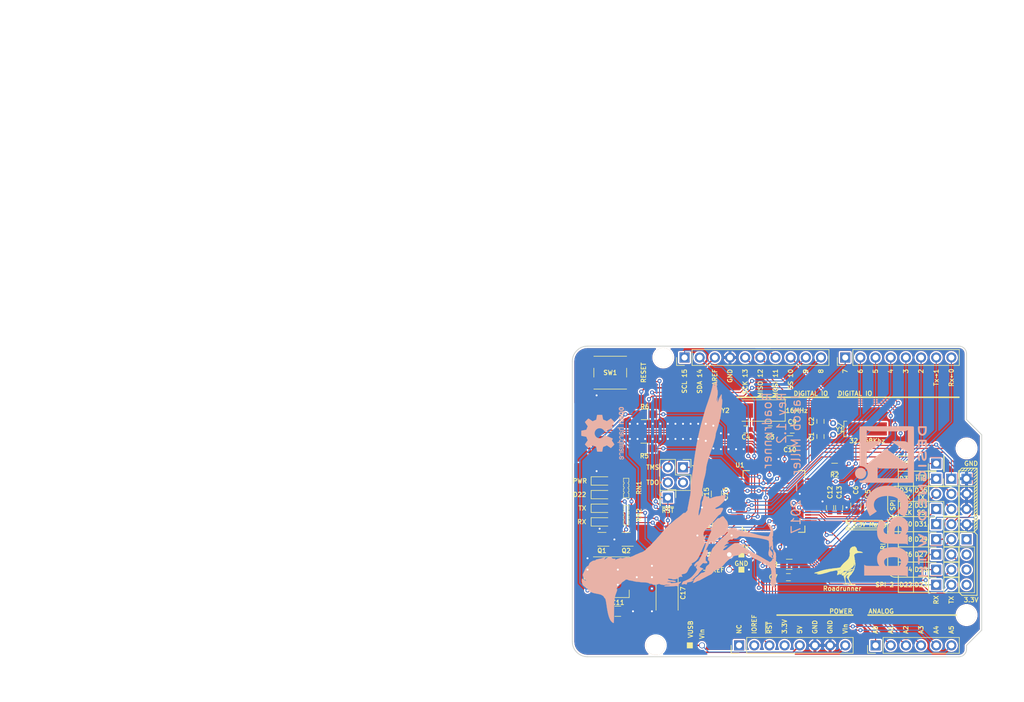
<source format=kicad_pcb>
(kicad_pcb (version 20171130) (host pcbnew "(5.0.2)-1")
  (title_block (title Roadrunner-TM4C123G) (date 2019-01-08) (rev v1.2) (company "Jacob Miller"))
  (layers (0 Top signal) (1 Ground signal) (2 Power mixed) (31 Bottom signal) (34 B.Paste user) (35 F.Paste user) (36 B.SilkS user hide) (37 F.SilkS user) (38 B.Mask user) (39 F.Mask user) (44 Edge.Cuts user))
  (net 0 "")
  (net 1 /XOSC_GND)
  (net 2 GNDREF)
  (net 3 +3V3)
  (net 4 /~HIB)
  (net 5 +5V)
  (net 6 /A0)
  (net 7 /A1)
  (net 8 /A2)
  (net 9 /A3)
  (net 10 "/A4(SDA)")
  (net 11 "/A5(SCL)")
  (net 12 /~WAKE)
  (net 13 /USB_D_N)
  (net 14 /USB_D_P)
  (net 15 /DEBUG_TCK)
  (net 16 /DEBUG_TMS)
  (net 17 /DEBUG_TDI)
  (net 18 /DEBUG_TDO)
  (net 19 /+AREF)
  (net 20 /-AREF)
  (net 21 /D9)
  (net 22 /D8)
  (net 23 /D7)
  (net 24 /D6)
  (net 25 /D5)
  (net 26 /D4)
  (net 27 /D3)
  (net 28 /D2)
  (net 29 /PF4)
  (net 30 "/PB6(MISO)")
  (net 31 "/PB7(MOSI)")
  (net 32 "/PC4(U4RX)")
  (net 33 "/PC5(U4TX)")
  (net 34 "/PC6(U3RX)")
  (net 35 "/PC7(U3TX)")
  (net 36 "/PD6(U2RX)")
  (net 37 "/PD7(U2TX)")
  (net 38 "/PB0(U1RX)")
  (net 39 "/PB1(U1TX)")
  (net 40 /USB_ID)
  (net 41 /VDDC)
  (net 42 "/D1(TX)")
  (net 43 "/D0(RX)")
  (net 44 /PWR_LED)
  (net 45 /TX_LED)
  (net 46 /RX_LED)
  (net 47 /~RST)
  (net 48 /Q1D2)
  (net 49 /Q1D1)
  (net 50 /Q1G1)
  (net 51 /Q1G2)
  (net 52 /Q2D1)
  (net 53 /PB6_LED)
  (net 54 /Q2D2)
  (net 55 /Q2G1)
  (net 56 /Q2G2)
  (net 57 /VIn)
  (net 58 /XOSC0)
  (net 59 /XOSC1)
  (net 60 /OCS0)
  (net 61 /OCS1)
  (net 62 /SSI_CLK_0)
  (net 63 /SSI_RX_0)
  (net 64 /SSI_TX_0)
  (net 65 /SSI_SS_0)
  (net 66 "Net-(J7-Pad1)")
  (net 67 "/13(SCK)")
  (net 68 "/12(MISO)")
  (net 69 "/11(MOSI)")
  (net 70 "/10(SS)")
  (net 71 /D12_RX_1)
  (net 72 /D11_TX_1)
  (net 73 /D13_CLK_1)
  (net 74 /D10_SS_1)
  (module Project-Symbols_Local:RoadrunnerLogoMedium (layer Bottom) (at 128.905 99.695 270)
    (fp_text reference RoadrunnerLogoMedium hide)
    (fp_text value G*** hide)
  )
  (module Custom-Mounting-Holes:VIA-0.33mm (layer Top) (at 113.538 109.22)
    (fp_text reference REF** hide)
    (fp_text value VIA-0.33mm hide)
    (pad 1 thru_hole circle (at 0 0) (size 0.668 0.668) (drill 0.3302) (layers *.Cu) (net 2 GNDREF))
  )
  (module Custom-Mounting-Holes:VIA-0.33mm (layer Top) (at 124.46 86.6775)
    (fp_text reference REF** hide)
    (fp_text value VIA-0.33mm hide)
    (pad 1 thru_hole circle (at 0 0) (size 0.668 0.668) (drill 0.3302) (layers *.Cu) (net 2 GNDREF))
  )
  (module Custom-Mounting-Holes:VIA-0.33mm (layer Top) (at 123.19 86.6775)
    (fp_text reference REF** hide)
    (fp_text value VIA-0.33mm hide)
    (pad 1 thru_hole circle (at 0 0) (size 0.668 0.668) (drill 0.3302) (layers *.Cu) (net 2 GNDREF))
  )
  (module Custom-Mounting-Holes:VIA-0.33mm (layer Top) (at 123.19 89.2175)
    (fp_text reference REF** hide)
    (fp_text value VIA-0.33mm hide)
    (pad 1 thru_hole circle (at 0 0) (size 0.668 0.668) (drill 0.3302) (layers *.Cu) (net 2 GNDREF))
  )
  (module Custom-Mounting-Holes:VIA-0.33mm (layer Top) (at 124.46 89.2175)
    (fp_text reference REF** hide)
    (fp_text value VIA-0.33mm hide)
    (pad 1 thru_hole circle (at 0 0) (size 0.668 0.668) (drill 0.3302) (layers *.Cu) (net 2 GNDREF))
  )
  (module Custom-Mounting-Holes:VIA-0.33mm (layer Top) (at 139.7 90.932)
    (fp_text reference REF** hide)
    (fp_text value VIA-0.33mm hide)
    (pad 1 thru_hole circle (at 0 0) (size 0.668 0.668) (drill 0.3302) (layers *.Cu) (net 2 GNDREF))
  )
  (module Custom-Mounting-Holes:VIA-0.33mm (layer Top) (at 127 89.2175)
    (fp_text reference REF** hide)
    (fp_text value VIA-0.33mm hide)
    (pad 1 thru_hole circle (at 0 0) (size 0.668 0.668) (drill 0.3302) (layers *.Cu) (net 2 GNDREF))
  )
  (module Custom-Mounting-Holes:VIA-0.33mm (layer Top) (at 129.54 89.2175)
    (fp_text reference REF** hide)
    (fp_text value VIA-0.33mm hide)
    (pad 1 thru_hole circle (at 0 0) (size 0.668 0.668) (drill 0.3302) (layers *.Cu) (net 2 GNDREF))
  )
  (module Custom-Mounting-Holes:VIA-0.33mm (layer Top) (at 129.54 86.6775)
    (fp_text reference REF** hide)
    (fp_text value VIA-0.33mm hide)
    (pad 1 thru_hole circle (at 0 0) (size 0.668 0.668) (drill 0.3302) (layers *.Cu) (net 2 GNDREF))
  )
  (module Custom-Mounting-Holes:VIA-0.33mm (layer Top) (at 132.08 86.6775)
    (fp_text reference REF** hide)
    (fp_text value VIA-0.33mm hide)
    (pad 1 thru_hole circle (at 0 0) (size 0.668 0.668) (drill 0.3302) (layers *.Cu) (net 2 GNDREF))
  )
  (module Custom-Mounting-Holes:VIA-0.33mm (layer Top) (at 132.08 89.2175)
    (fp_text reference REF** hide)
    (fp_text value VIA-0.33mm hide)
    (pad 1 thru_hole circle (at 0 0) (size 0.668 0.668) (drill 0.3302) (layers *.Cu) (net 2 GNDREF))
  )
  (module Custom-Mounting-Holes:VIA-0.33mm (layer Top) (at 134.62 90.805)
    (fp_text reference REF** hide)
    (fp_text value VIA-0.33mm hide)
    (pad 1 thru_hole circle (at 0 0) (size 0.668 0.668) (drill 0.3302) (layers *.Cu) (net 2 GNDREF))
  )
  (module Custom-Mounting-Holes:VIA-0.33mm (layer Top) (at 134.62 86.995)
    (fp_text reference REF** hide)
    (fp_text value VIA-0.33mm hide)
    (pad 1 thru_hole circle (at 0 0) (size 0.668 0.668) (drill 0.3302) (layers *.Cu) (net 2 GNDREF))
  )
  (module Custom-Mounting-Holes:VIA-0.33mm (layer Top) (at 137.16 88.4555)
    (fp_text reference REF** hide)
    (fp_text value VIA-0.33mm hide)
    (pad 1 thru_hole circle (at 0 0) (size 0.668 0.668) (drill 0.3302) (layers *.Cu) (net 2 GNDREF))
  )
  (module Custom-Mounting-Holes:VIA-0.33mm (layer Top) (at 137.16 90.932)
    (fp_text reference REF** hide)
    (fp_text value VIA-0.33mm hide)
    (pad 1 thru_hole circle (at 0 0) (size 0.668 0.668) (drill 0.3302) (layers *.Cu) (net 2 GNDREF))
  )
  (module Custom-Mounting-Holes:VIA-0.33mm (layer Top) (at 125.73 86.6775)
    (fp_text reference REF** hide)
    (fp_text value VIA-0.33mm hide)
    (pad 1 thru_hole circle (at 0 0) (size 0.668 0.668) (drill 0.3302) (layers *.Cu) (net 2 GNDREF))
  )
  (module Custom-Mounting-Holes:VIA-0.33mm (layer Top) (at 125.73 89.2175)
    (fp_text reference REF** hide)
    (fp_text value VIA-0.33mm hide)
    (pad 1 thru_hole circle (at 0 0) (size 0.668 0.668) (drill 0.3302) (layers *.Cu) (net 2 GNDREF))
  )
  (module Custom-Mounting-Holes:VIA-0.33mm (layer Top) (at 113.538 111.125)
    (fp_text reference REF** hide)
    (fp_text value VIA-0.33mm hide)
    (pad 1 thru_hole circle (at 0 0) (size 0.668 0.668) (drill 0.3302) (layers *.Cu) (net 2 GNDREF))
  )
  (module Socket_Strips:Socket_Strip_Straight_1x02_Pitch2.54mm (layer Top) (at 171.958 113.665 90)
    (fp_text reference J17 hide)
    (fp_text value "SPI 2 (D22,D23)" hide)
    (pad 1 thru_hole rect (at 0 0 90) (size 1.7 1.7) (drill 1) (layers *.Cu *.Mask) (net 30 "/PB6(MISO)"))
    (pad 2 thru_hole oval (at 0 2.54 90) (size 1.7 1.7) (drill 1) (layers *.Cu *.Mask) (net 31 "/PB7(MOSI)"))
  )
  (module Socket_Strips:Socket_Strip_Straight_2x02_Pitch2.54mm (layer Top) (at 171.958 100.965 180)
    (fp_text reference J20)
    (fp_text value "SPI 0" hide)
    (pad 1 thru_hole rect (at 0 0 180) (size 1.7 1.7) (drill 1) (layers *.Cu *.Mask) (net 62 /SSI_CLK_0))
    (pad 2 thru_hole oval (at -2.54 0 180) (size 1.7 1.7) (drill 1) (layers *.Cu *.Mask) (net 65 /SSI_SS_0))
    (pad 3 thru_hole oval (at 0 2.54 180) (size 1.7 1.7) (drill 1) (layers *.Cu *.Mask) (net 63 /SSI_RX_0))
    (pad 4 thru_hole oval (at -2.54 2.54 180) (size 1.7 1.7) (drill 1) (layers *.Cu *.Mask) (net 64 /SSI_TX_0))
  )
  (module Custom-Mounting-Holes:VIA-0.33mm (layer Top) (at 124.333 114.3)
    (fp_text reference REF** hide)
    (fp_text value VIA-0.33mm hide)
    (pad 1 thru_hole circle (at 0 0) (size 0.668 0.668) (drill 0.3302) (layers *.Cu) (net 3 +3V3))
  )
  (module Custom-Mounting-Holes:VIA-0.33mm (layer Top) (at 124.333 112.395)
    (fp_text reference REF** hide)
    (fp_text value VIA-0.33mm hide)
    (pad 1 thru_hole circle (at 0 0) (size 0.668 0.668) (drill 0.3302) (layers *.Cu) (net 3 +3V3))
  )
  (module Custom-Mounting-Holes:VIA-0.33mm (layer Top) (at 124.333 110.49)
    (fp_text reference REF** hide)
    (fp_text value VIA-0.33mm hide)
    (pad 1 thru_hole circle (at 0 0) (size 0.668 0.668) (drill 0.3302) (layers *.Cu) (net 3 +3V3))
  )
  (module Custom-Mounting-Holes:VIA-0.33mm (layer Top) (at 121.793 112.395)
    (fp_text reference REF** hide)
    (fp_text value VIA-0.33mm hide)
    (pad 1 thru_hole circle (at 0 0) (size 0.668 0.668) (drill 0.3302) (layers *.Cu) (net 3 +3V3))
  )
  (module Custom-Mounting-Holes:VIA-0.33mm (layer Top) (at 118.618 111.125)
    (fp_text reference REF** hide)
    (fp_text value VIA-0.33mm hide)
    (pad 1 thru_hole circle (at 0 0) (size 0.668 0.668) (drill 0.3302) (layers *.Cu) (net 3 +3V3))
  )
  (module Custom-Mounting-Holes:VIA-0.33mm (layer Top) (at 118.618 113.665)
    (fp_text reference REF** hide)
    (fp_text value VIA-0.33mm hide)
    (pad 1 thru_hole circle (at 0 0) (size 0.668 0.668) (drill 0.3302) (layers *.Cu) (net 3 +3V3))
  )
  (module Custom-Mounting-Holes:VIA-0.33mm (layer Top) (at 121.92 89.2175)
    (fp_text reference REF** hide)
    (fp_text value VIA-0.33mm hide)
    (pad 1 thru_hole circle (at 0 0) (size 0.668 0.668) (drill 0.3302) (layers *.Cu) (net 2 GNDREF))
  )
  (module Custom-Mounting-Holes:VIA-0.33mm (layer Top) (at 120.65 89.2175)
    (fp_text reference REF** hide)
    (fp_text value VIA-0.33mm hide)
    (pad 1 thru_hole circle (at 0 0) (size 0.668 0.668) (drill 0.3302) (layers *.Cu) (net 2 GNDREF))
  )
  (module Custom-Mounting-Holes:VIA-0.33mm (layer Top) (at 120.65 86.6775)
    (fp_text reference REF** hide)
    (fp_text value VIA-0.33mm hide)
    (pad 1 thru_hole circle (at 0 0) (size 0.668 0.668) (drill 0.3302) (layers *.Cu) (net 2 GNDREF))
  )
  (module Custom-Mounting-Holes:VIA-0.33mm (layer Top) (at 121.92 86.6775)
    (fp_text reference REF** hide)
    (fp_text value VIA-0.33mm hide)
    (pad 1 thru_hole circle (at 0 0) (size 0.668 0.668) (drill 0.3302) (layers *.Cu) (net 2 GNDREF))
  )
  (module Custom-Mounting-Holes:VIA-0.33mm (layer Top) (at 127 86.6775)
    (fp_text reference REF** hide)
    (fp_text value VIA-0.33mm hide)
    (pad 1 thru_hole circle (at 0 0) (size 0.668 0.668) (drill 0.3302) (layers *.Cu) (net 2 GNDREF))
  )
  (module Custom-Mounting-Holes:VIA-0.33mm (layer Top) (at 128.27 86.6775)
    (fp_text reference REF** hide)
    (fp_text value VIA-0.33mm hide)
    (pad 1 thru_hole circle (at 0 0) (size 0.668 0.668) (drill 0.3302) (layers *.Cu) (net 2 GNDREF))
  )
  (module Custom-Mounting-Holes:VIA-0.33mm (layer Top) (at 128.27 89.2175)
    (fp_text reference REF** hide)
    (fp_text value VIA-0.33mm hide)
    (pad 1 thru_hole circle (at 0 0) (size 0.668 0.668) (drill 0.3302) (layers *.Cu) (net 2 GNDREF))
  )
  (module Custom-Mounting-Holes:VIA-0.33mm (layer Top) (at 130.81 89.2175)
    (fp_text reference REF** hide)
    (fp_text value VIA-0.33mm hide)
    (pad 1 thru_hole circle (at 0 0) (size 0.668 0.668) (drill 0.3302) (layers *.Cu) (net 2 GNDREF))
  )
  (module Housings_QFP:LQFP-64_10x10mm_Pitch0.5mm (layer Top) (at 144.78 99.695 90)
    (fp_text reference U1 (at 6.096 -5.715 180) (layer F.SilkS) (effects (font (size 0.75 0.75))))
    (fp_text value TM4C123GH6PM)
    (pad 1 smd rect (at -5.7 -3.75 90) (size 1 0.25) (layers Top F.Paste F.Mask) (net 30 "/PB6(MISO)"))
    (pad 2 smd rect (at -5.7 -3.25 90) (size 1 0.25) (layers Top F.Paste F.Mask) (net 19 /+AREF))
    (pad 3 smd rect (at -5.7 -2.75 90) (size 1 0.25) (layers Top F.Paste F.Mask) (net 20 /-AREF))
    (pad 4 smd rect (at -5.7 -2.25 90) (size 1 0.25) (layers Top F.Paste F.Mask) (net 31 "/PB7(MOSI)"))
    (pad 5 smd rect (at -5.7 -1.75 90) (size 1 0.25) (layers Top F.Paste F.Mask) (net 29 /PF4))
    (pad 6 smd rect (at -5.7 -1.25 90) (size 1 0.25) (layers Top F.Paste F.Mask) (net 6 /A0))
    (pad 7 smd rect (at -5.7 -0.75 90) (size 1 0.25) (layers Top F.Paste F.Mask) (net 7 /A1))
    (pad 8 smd rect (at -5.7 -0.25 90) (size 1 0.25) (layers Top F.Paste F.Mask) (net 8 /A2))
    (pad 9 smd rect (at -5.7 0.25 90) (size 1 0.25) (layers Top F.Paste F.Mask) (net 9 /A3))
    (pad 10 smd rect (at -5.8 0.75 90) (size 1.2 0.25) (layers Top F.Paste F.Mask) (net 37 "/PD7(U2TX)"))
    (pad 11 smd rect (at -5.7 1.25 90) (size 1 0.25) (layers Top F.Paste F.Mask) (net 3 +3V3))
    (pad 12 smd rect (at -5.7 1.75 90) (size 1 0.25) (layers Top F.Paste F.Mask) (net 2 GNDREF))
    (pad 13 smd rect (at -5.7 2.25 90) (size 1 0.25) (layers Top F.Paste F.Mask) (net 35 "/PC7(U3TX)"))
    (pad 14 smd rect (at -5.7 2.75 90) (size 1 0.25) (layers Top F.Paste F.Mask) (net 34 "/PC6(U3RX)"))
    (pad 15 smd rect (at -5.7 3.25 90) (size 1 0.25) (layers Top F.Paste F.Mask) (net 33 "/PC5(U4TX)"))
    (pad 16 smd rect (at -5.7 3.75 90) (size 1 0.25) (layers Top F.Paste F.Mask) (net 32 "/PC4(U4RX)"))
    (pad 17 smd rect (at -3.75 5.7 180) (size 1 0.25) (layers Top F.Paste F.Mask) (net 43 "/D0(RX)"))
    (pad 18 smd rect (at -3.25 5.7 180) (size 1 0.25) (layers Top F.Paste F.Mask) (net 42 "/D1(TX)"))
    (pad 19 smd rect (at -2.75 5.7 180) (size 1 0.25) (layers Top F.Paste F.Mask) (net 62 /SSI_CLK_0))
    (pad 20 smd rect (at -2.25 5.7 180) (size 1 0.25) (layers Top F.Paste F.Mask) (net 65 /SSI_SS_0))
    (pad 21 smd rect (at -1.75 5.7 180) (size 1 0.25) (layers Top F.Paste F.Mask) (net 63 /SSI_RX_0))
    (pad 22 smd rect (at -1.25 5.7 180) (size 1 0.25) (layers Top F.Paste F.Mask) (net 64 /SSI_TX_0))
    (pad 23 smd rect (at -0.75 5.8 180) (size 1.2 0.25) (layers Top F.Paste F.Mask) (net 27 /D3))
    (pad 24 smd rect (at -0.25 5.8 180) (size 1.2 0.25) (layers Top F.Paste F.Mask) (net 28 /D2))
    (pad 25 smd rect (at 0.25 5.7 180) (size 1 0.25) (layers Top F.Paste F.Mask) (net 41 /VDDC))
    (pad 26 smd rect (at 0.75 5.7 180) (size 1 0.25) (layers Top F.Paste F.Mask) (net 3 +3V3))
    (pad 27 smd rect (at 1.25 5.7 180) (size 1 0.25) (layers Top F.Paste F.Mask) (net 2 GNDREF))
    (pad 28 smd rect (at 1.75 5.7 180) (size 1 0.25) (layers Top F.Paste F.Mask) (net 71 /D12_RX_1))
    (pad 29 smd rect (at 2.25 5.7 180) (size 1 0.25) (layers Top F.Paste F.Mask) (net 72 /D11_TX_1))
    (pad 30 smd rect (at 2.75 5.7 180) (size 1 0.25) (layers Top F.Paste F.Mask) (net 73 /D13_CLK_1))
    (pad 31 smd rect (at 3.25 5.7 180) (size 1 0.25) (layers Top F.Paste F.Mask) (net 74 /D10_SS_1))
    (pad 32 smd rect (at 3.75 5.7 180) (size 1 0.25) (layers Top F.Paste F.Mask) (net 12 /~WAKE))
    (pad 33 smd rect (at 5.7 3.75 90) (size 1 0.25) (layers Top F.Paste F.Mask) (net 4 /~HIB))
    (pad 34 smd rect (at 5.7 3.25 90) (size 1 0.25) (layers Top F.Paste F.Mask) (net 58 /XOSC0))
    (pad 35 smd rect (at 5.7 2.75 90) (size 1 0.25) (layers Top F.Paste F.Mask) (net 1 /XOSC_GND))
    (pad 36 smd rect (at 5.7 2.25 90) (size 1 0.25) (layers Top F.Paste F.Mask) (net 59 /XOSC1))
    (pad 37 smd rect (at 5.7 1.75 90) (size 1 0.25) (layers Top F.Paste F.Mask) (net 3 +3V3))
    (pad 38 smd rect (at 5.8 1.25 90) (size 1.2 0.25) (layers Top F.Paste F.Mask) (net 47 /~RST))
    (pad 39 smd rect (at 5.7 0.75 90) (size 1 0.25) (layers Top F.Paste F.Mask) (net 2 GNDREF))
    (pad 40 smd rect (at 5.7 0.25 90) (size 1 0.25) (layers Top F.Paste F.Mask) (net 60 /OCS0))
    (pad 41 smd rect (at 5.7 -0.25 90) (size 1 0.25) (layers Top F.Paste F.Mask) (net 61 /OCS1))
    (pad 42 smd rect (at 5.8 -0.75 90) (size 1.2 0.25) (layers Top F.Paste F.Mask) (net 3 +3V3))
    (pad 43 smd rect (at 5.7 -1.25 90) (size 1 0.25) (layers Top F.Paste F.Mask) (net 13 /USB_D_N))
    (pad 44 smd rect (at 5.7 -1.75 90) (size 1 0.25) (layers Top F.Paste F.Mask) (net 14 /USB_D_P))
    (pad 45 smd rect (at 5.8 -2.25 90) (size 1.2 0.25) (layers Top F.Paste F.Mask) (net 38 "/PB0(U1RX)"))
    (pad 46 smd rect (at 5.8 -2.75 90) (size 1.2 0.25) (layers Top F.Paste F.Mask) (net 39 "/PB1(U1TX)"))
    (pad 47 smd rect (at 5.7 -3.25 90) (size 1 0.25) (layers Top F.Paste F.Mask) (net 11 "/A5(SCL)"))
    (pad 48 smd rect (at 5.7 -3.75 90) (size 1 0.25) (layers Top F.Paste F.Mask) (net 10 "/A4(SDA)"))
    (pad 49 smd rect (at 3.75 -5.7 180) (size 1 0.25) (layers Top F.Paste F.Mask) (net 18 /DEBUG_TDO))
    (pad 50 smd rect (at 3.25 -5.7 180) (size 1 0.25) (layers Top F.Paste F.Mask) (net 17 /DEBUG_TDI))
    (pad 51 smd rect (at 2.75 -5.7 180) (size 1 0.25) (layers Top F.Paste F.Mask) (net 16 /DEBUG_TMS))
    (pad 52 smd rect (at 2.25 -5.7 180) (size 1 0.25) (layers Top F.Paste F.Mask) (net 15 /DEBUG_TCK))
    (pad 53 smd rect (at 1.75 -5.8 180) (size 1.2 0.25) (layers Top F.Paste F.Mask) (net 36 "/PD6(U2RX)"))
    (pad 54 smd rect (at 1.25 -5.7 180) (size 1 0.25) (layers Top F.Paste F.Mask) (net 3 +3V3))
    (pad 55 smd rect (at 0.75 -5.7 180) (size 1 0.25) (layers Top F.Paste F.Mask) (net 2 GNDREF))
    (pad 56 smd rect (at 0.25 -5.7 180) (size 1 0.25) (layers Top F.Paste F.Mask) (net 41 /VDDC))
    (pad 57 smd rect (at -0.25 -5.8 180) (size 1.2 0.25) (layers Top F.Paste F.Mask) (net 23 /D7))
    (pad 58 smd rect (at -0.75 -5.8 180) (size 1.2 0.25) (layers Top F.Paste F.Mask) (net 24 /D6))
    (pad 59 smd rect (at -1.25 -5.8 180) (size 1.2 0.25) (layers Top F.Paste F.Mask) (net 26 /D4))
    (pad 60 smd rect (at -1.75 -5.8 180) (size 1.2 0.25) (layers Top F.Paste F.Mask) (net 25 /D5))
    (pad 61 smd rect (at -2.25 -5.7 180) (size 1 0.25) (layers Top F.Paste F.Mask) (net 21 /D9))
    (pad 62 smd rect (at -2.75 -5.7 180) (size 1 0.25) (layers Top F.Paste F.Mask) (net 22 /D8))
    (pad 63 smd rect (at -3.25 -5.7 180) (size 1 0.25) (layers Top F.Paste F.Mask) (net 11 "/A5(SCL)"))
    (pad 64 smd rect (at -3.75 -5.7 180) (size 1 0.25) (layers Top F.Paste F.Mask) (net 10 "/A4(SDA)"))
  )
  (module Custom-Mounting-Holes:VIA-0.33mm (layer Top) (at 138.43 90.932)
    (fp_text reference REF** hide)
    (fp_text value VIA-0.33mm hide)
    (pad 1 thru_hole circle (at 0 0) (size 0.668 0.668) (drill 0.3302) (layers *.Cu) (net 2 GNDREF))
  )
  (module Custom-Mounting-Holes:VIA-0.33mm (layer Top) (at 135.89 90.932)
    (fp_text reference REF** hide)
    (fp_text value VIA-0.33mm hide)
    (pad 1 thru_hole circle (at 0 0) (size 0.668 0.668) (drill 0.3302) (layers *.Cu) (net 2 GNDREF))
  )
  (module Custom-Mounting-Holes:VIA-0.33mm (layer Top) (at 133.35 89.535)
    (fp_text reference REF** hide)
    (fp_text value VIA-0.33mm hide)
    (pad 1 thru_hole circle (at 0 0) (size 0.668 0.668) (drill 0.3302) (layers *.Cu) (net 2 GNDREF))
  )
  (module Custom-Mounting-Holes:VIA-0.33mm (layer Top) (at 135.89 88.265)
    (fp_text reference REF** hide)
    (fp_text value VIA-0.33mm hide)
    (pad 1 thru_hole circle (at 0 0) (size 0.668 0.668) (drill 0.3302) (layers *.Cu) (net 2 GNDREF))
  )
  (module Custom-Mounting-Holes:VIA-0.33mm (layer Top) (at 133.35 86.6775)
    (fp_text reference REF** hide)
    (fp_text value VIA-0.33mm hide)
    (pad 1 thru_hole circle (at 0 0) (size 0.668 0.668) (drill 0.3302) (layers *.Cu) (net 2 GNDREF))
  )
  (module Custom-Mounting-Holes:VIA-0.33mm (layer Top) (at 130.81 86.6775)
    (fp_text reference REF** hide)
    (fp_text value VIA-0.33mm hide)
    (pad 1 thru_hole circle (at 0 0) (size 0.668 0.668) (drill 0.3302) (layers *.Cu) (net 2 GNDREF))
  )
  (module Buttons_Switches_SMD_Local:SW_SPST_WS-TASV_4.5x4.5mm (layer Top) (at 117.348 78.105)
    (fp_text reference SW1 (at 0 0) (layer F.SilkS) (effects (font (size 0.75 0.75))))
    (fp_text value RESET (at 5.588 0 90) (layer F.SilkS) (effects (font (size 0.75 0.75))))
    (pad 2 smd rect (at -3.5 1.5) (size 2 1.4) (layers Top F.Paste F.Mask) (net 47 /~RST))
    (pad 1 smd rect (at -3.5 -1.5) (size 2 1.4) (layers Top F.Paste F.Mask) (net 2 GNDREF))
    (pad 1 smd rect (at 3.5 -1.5) (size 2 1.4) (layers Top F.Paste F.Mask) (net 2 GNDREF))
    (pad 2 smd rect (at 3.5 1.5) (size 2 1.4) (layers Top F.Paste F.Mask) (net 47 /~RST))
  )
  (module Socket_Strips:Socket_Strip_Straight_1x02_Pitch2.54mm (layer Top) (at 171.958 108.585 90)
    (fp_text reference J14 hide)
    (fp_text value "SERIAL 3" hide)
    (pad 1 thru_hole rect (at 0 0 90) (size 1.7 1.7) (drill 1) (layers *.Cu *.Mask) (net 34 "/PC6(U3RX)"))
    (pad 2 thru_hole oval (at 0 2.54 90) (size 1.7 1.7) (drill 1) (layers *.Cu *.Mask) (net 35 "/PC7(U3TX)"))
  )
  (module Capacitors_SMD:C_0603 (layer Top) (at 132.207 98.425 270)
    (fp_text reference C15 (at 0 -1.27 270) (layer F.SilkS) (effects (font (size 0.75 0.75))))
    (fp_text value 0.1uF)
    (pad 1 smd rect (at -0.75 0 270) (size 0.8 0.75) (layers Top F.Paste F.Mask) (net 3 +3V3))
    (pad 2 smd rect (at 0.75 0 270) (size 0.8 0.75) (layers Top F.Paste F.Mask) (net 2 GNDREF))
  )
  (module Crystals:Crystal_SMD_5032-2pin_5.0x3.2mm_HandSoldering (layer Top) (at 142.113 84.455 180)
    (fp_text reference Y2 (at 5.461 0) (layer F.SilkS) (effects (font (size 0.75 0.75))))
    (fp_text value 16MHz (at -6.477 0) (layer F.SilkS) (effects (font (size 0.75 0.75))))
    (pad 1 smd rect (at -2.6 0 180) (size 3.5 2.4) (layers Top F.Paste F.Mask) (net 60 /OCS0))
    (pad 2 smd rect (at 2.6 0 180) (size 3.5 2.4) (layers Top F.Paste F.Mask) (net 61 /OCS1))
  )
  (module Socket_Strips:Socket_Strip_Straight_1x10_Pitch2.54mm (layer Top) (at 129.794 75.565 90)
    (fp_text reference J9 hide)
    (fp_text value Digital)
    (pad 1 thru_hole rect (at 0 0 90) (size 1.7 1.7) (drill 1) (layers *.Cu *.Mask) (net 11 "/A5(SCL)"))
    (pad 2 thru_hole oval (at 0 2.54 90) (size 1.7 1.7) (drill 1) (layers *.Cu *.Mask) (net 10 "/A4(SDA)"))
    (pad 3 thru_hole oval (at 0 5.08 90) (size 1.7 1.7) (drill 1) (layers *.Cu *.Mask) (net 19 /+AREF))
    (pad 4 thru_hole oval (at 0 7.62 90) (size 1.7 1.7) (drill 1) (layers *.Cu *.Mask) (net 2 GNDREF))
    (pad 5 thru_hole oval (at 0 10.16 90) (size 1.7 1.7) (drill 1) (layers *.Cu *.Mask) (net 67 "/13(SCK)"))
    (pad 6 thru_hole oval (at 0 12.7 90) (size 1.7 1.7) (drill 1) (layers *.Cu *.Mask) (net 68 "/12(MISO)"))
    (pad 7 thru_hole oval (at 0 15.24 90) (size 1.7 1.7) (drill 1) (layers *.Cu *.Mask) (net 69 "/11(MOSI)"))
    (pad 8 thru_hole oval (at 0 17.78 90) (size 1.7 1.7) (drill 1) (layers *.Cu *.Mask) (net 70 "/10(SS)"))
    (pad 9 thru_hole oval (at 0 20.32 90) (size 1.7 1.7) (drill 1) (layers *.Cu *.Mask) (net 21 /D9))
    (pad 10 thru_hole oval (at 0 22.86 90) (size 1.7 1.7) (drill 1) (layers *.Cu *.Mask) (net 22 /D8))
  )
  (module Pin_Headers:Pin_Header_Straight_1x01_Pitch2.54mm (layer Top) (at 127 99.06 270)
    (fp_text reference J3 hide)
    (fp_text value ~RST (at 2.159 0) (layer F.SilkS) (effects (font (size 0.75 0.75))))
    (pad 1 thru_hole rect (at 0 0 270) (size 1.7 1.7) (drill 1) (layers *.Cu *.Mask) (net 47 /~RST))
  )
  (module Socket_Strips:Socket_Strip_Straight_1x08_Pitch2.54mm (layer Top) (at 138.938 123.825 90)
    (fp_text reference J7 hide)
    (fp_text value Power)
    (pad 1 thru_hole rect (at 0 0 90) (size 1.7 1.7) (drill 1) (layers *.Cu *.Mask) (net 66 "Net-(J7-Pad1)"))
    (pad 2 thru_hole oval (at 0 2.54 90) (size 1.7 1.7) (drill 1) (layers *.Cu *.Mask) (net 3 +3V3))
    (pad 3 thru_hole oval (at 0 5.08 90) (size 1.7 1.7) (drill 1) (layers *.Cu *.Mask) (net 47 /~RST))
    (pad 4 thru_hole oval (at 0 7.62 90) (size 1.7 1.7) (drill 1) (layers *.Cu *.Mask) (net 3 +3V3))
    (pad 5 thru_hole oval (at 0 10.16 90) (size 1.7 1.7) (drill 1) (layers *.Cu *.Mask) (net 5 +5V))
    (pad 6 thru_hole oval (at 0 12.7 90) (size 1.7 1.7) (drill 1) (layers *.Cu *.Mask) (net 2 GNDREF))
    (pad 7 thru_hole oval (at 0 15.24 90) (size 1.7 1.7) (drill 1) (layers *.Cu *.Mask) (net 2 GNDREF))
    (pad 8 thru_hole oval (at 0 17.78 90) (size 1.7 1.7) (drill 1) (layers *.Cu *.Mask) (net 57 /VIn))
  )
  (module Socket_Strips:Socket_Strip_Straight_1x06_Pitch2.54mm (layer Top) (at 161.798 123.825 90)
    (fp_text reference J8 hide)
    (fp_text value Analog)
    (pad 1 thru_hole rect (at 0 0 90) (size 1.7 1.7) (drill 1) (layers *.Cu *.Mask) (net 6 /A0))
    (pad 2 thru_hole oval (at 0 2.54 90) (size 1.7 1.7) (drill 1) (layers *.Cu *.Mask) (net 7 /A1))
    (pad 3 thru_hole oval (at 0 5.08 90) (size 1.7 1.7) (drill 1) (layers *.Cu *.Mask) (net 8 /A2))
    (pad 4 thru_hole oval (at 0 7.62 90) (size 1.7 1.7) (drill 1) (layers *.Cu *.Mask) (net 9 /A3))
    (pad 5 thru_hole oval (at 0 10.16 90) (size 1.7 1.7) (drill 1) (layers *.Cu *.Mask) (net 10 "/A4(SDA)"))
    (pad 6 thru_hole oval (at 0 12.7 90) (size 1.7 1.7) (drill 1) (layers *.Cu *.Mask) (net 11 "/A5(SCL)"))
  )
  (module Socket_Strips:Socket_Strip_Straight_1x08_Pitch2.54mm (layer Top) (at 156.718 75.565 90)
    (fp_text reference J10 hide)
    (fp_text value Digital)
    (pad 1 thru_hole rect (at 0 0 90) (size 1.7 1.7) (drill 1) (layers *.Cu *.Mask) (net 23 /D7))
    (pad 2 thru_hole oval (at 0 2.54 90) (size 1.7 1.7) (drill 1) (layers *.Cu *.Mask) (net 24 /D6))
    (pad 3 thru_hole oval (at 0 5.08 90) (size 1.7 1.7) (drill 1) (layers *.Cu *.Mask) (net 25 /D5))
    (pad 4 thru_hole oval (at 0 7.62 90) (size 1.7 1.7) (drill 1) (layers *.Cu *.Mask) (net 26 /D4))
    (pad 5 thru_hole oval (at 0 10.16 90) (size 1.7 1.7) (drill 1) (layers *.Cu *.Mask) (net 27 /D3))
    (pad 6 thru_hole oval (at 0 12.7 90) (size 1.7 1.7) (drill 1) (layers *.Cu *.Mask) (net 28 /D2))
    (pad 7 thru_hole oval (at 0 15.24 90) (size 1.7 1.7) (drill 1) (layers *.Cu *.Mask) (net 42 "/D1(TX)"))
    (pad 8 thru_hole oval (at 0 17.78 90) (size 1.7 1.7) (drill 1) (layers *.Cu *.Mask) (net 43 "/D0(RX)"))
  )
  (module Socket_Strips:Socket_Strip_Straight_1x01_Pitch2.54mm (layer Top) (at 171.958 95.885)
    (fp_text reference J4 hide)
    (fp_text value PF4 hide)
    (pad 1 thru_hole rect (at 0 0) (size 1.7 1.7) (drill 1) (layers *.Cu *.Mask) (net 29 /PF4))
  )
  (module Socket_Strips:Socket_Strip_Straight_1x02_Pitch2.54mm (layer Top) (at 171.958 106.045 90)
    (fp_text reference J19 hide)
    (fp_text value "SERIAL 2" hide)
    (pad 1 thru_hole rect (at 0 0 90) (size 1.7 1.7) (drill 1) (layers *.Cu *.Mask) (net 36 "/PD6(U2RX)"))
    (pad 2 thru_hole oval (at 0 2.54 90) (size 1.7 1.7) (drill 1) (layers *.Cu *.Mask) (net 37 "/PD7(U2TX)"))
  )
  (module Socket_Strips:Socket_Strip_Straight_1x02_Pitch2.54mm (layer Top) (at 171.958 103.505 90)
    (fp_text reference J21 hide)
    (fp_text value "SERIAL 1")
    (pad 1 thru_hole rect (at 0 0 90) (size 1.7 1.7) (drill 1) (layers *.Cu *.Mask) (net 38 "/PB0(U1RX)"))
    (pad 2 thru_hole oval (at 0 2.54 90) (size 1.7 1.7) (drill 1) (layers *.Cu *.Mask) (net 39 "/PB1(U1TX)"))
  )
  (module Resistors_SMD:R_0805_HandSoldering (layer Top) (at 123.063 90.805)
    (fp_text reference R5 (at 0 1.27) (layer F.SilkS) (effects (font (size 0.75 0.75))))
    (fp_text value R hide)
    (pad 1 smd rect (at -1.35 0) (size 1.5 1.3) (layers Top F.Paste F.Mask) (net 40 /USB_ID))
    (pad 2 smd rect (at 1.35 0) (size 1.5 1.3) (layers Top F.Paste F.Mask) (net 38 "/PB0(U1RX)"))
  )
  (module Resistors_SMD:R_0805_HandSoldering (layer Top) (at 123.1265 85.09)
    (fp_text reference R6 (at 0 -1.27) (layer F.SilkS) (effects (font (size 0.75 0.75))))
    (fp_text value R hide)
    (pad 1 smd rect (at -1.35 0) (size 1.5 1.3) (layers Top F.Paste F.Mask) (net 5 +5V))
    (pad 2 smd rect (at 1.35 0) (size 1.5 1.3) (layers Top F.Paste F.Mask) (net 39 "/PB1(U1TX)"))
  )
  (module Capacitors_SMD:C_0603 (layer Top) (at 152.565782 88.81035 90)
    (fp_text reference C1 (at 0 -1.5 90) (layer F.SilkS) (effects (font (size 0.75 0.75))))
    (fp_text value 24pF)
    (pad 1 smd rect (at -0.75 0 90) (size 0.8 0.75) (layers Top F.Paste F.Mask) (net 58 /XOSC0))
    (pad 2 smd rect (at 0.75 0 90) (size 0.8 0.75) (layers Top F.Paste F.Mask) (net 1 /XOSC_GND))
  )
  (module Capacitors_SMD:C_0603 (layer Top) (at 152.565782 86.27035 90)
    (fp_text reference C2 (at 0 -1.5 90) (layer F.SilkS) (effects (font (size 0.75 0.75))))
    (fp_text value 24pF)
    (pad 1 smd rect (at -0.75 0 90) (size 0.8 0.75) (layers Top F.Paste F.Mask) (net 1 /XOSC_GND))
    (pad 2 smd rect (at 0.75 0 90) (size 0.8 0.75) (layers Top F.Paste F.Mask) (net 59 /XOSC1))
  )
  (module Capacitors_SMD:C_0603 (layer Top) (at 144.145 87.63)
    (fp_text reference C3 (at 0 1.27) (layer F.SilkS) (effects (font (size 0.75 0.75))))
    (fp_text value 10pF)
    (pad 1 smd rect (at -0.75 0) (size 0.8 0.75) (layers Top F.Paste F.Mask) (net 60 /OCS0))
    (pad 2 smd rect (at 0.75 0) (size 0.8 0.75) (layers Top F.Paste F.Mask) (net 2 GNDREF))
  )
  (module Capacitors_SMD:C_0603 (layer Top) (at 140.081 87.63 180)
    (fp_text reference C4 (at 0 -1.27 180) (layer F.SilkS) (effects (font (size 0.75 0.75))))
    (fp_text value 10pF)
    (pad 1 smd rect (at -0.75 0 180) (size 0.8 0.75) (layers Top F.Paste F.Mask) (net 61 /OCS1))
    (pad 2 smd rect (at 0.75 0 180) (size 0.8 0.75) (layers Top F.Paste F.Mask) (net 2 GNDREF))
  )
  (module Capacitors_SMD:C_0603 (layer Top) (at 160.528 100.838 270)
    (fp_text reference C5 (at -2.413 0 270) (layer F.SilkS) (effects (font (size 0.75 0.75))))
    (fp_text value 0.1uF)
    (pad 1 smd rect (at -0.75 0 270) (size 0.8 0.75) (layers Top F.Paste F.Mask) (net 3 +3V3))
    (pad 2 smd rect (at 0.75 0 270) (size 0.8 0.75) (layers Top F.Paste F.Mask) (net 2 GNDREF))
  )
  (module Capacitors_SMD:C_0805 (layer Top) (at 158.496 100.457 270)
    (fp_text reference C6 (at -2.667 0 270) (layer F.SilkS) (effects (font (size 0.75 0.75))))
    (fp_text value 22.0uF)
    (pad 1 smd rect (at -1 0 270) (size 1 1.25) (layers Top F.Paste F.Mask) (net 3 +3V3))
    (pad 2 smd rect (at 1 0 270) (size 1 1.25) (layers Top F.Paste F.Mask) (net 2 GNDREF))
  )
  (module Capacitors_SMD:C_0603 (layer Top) (at 147.193 112.395)
    (fp_text reference C7 (at -2.54 0) (layer F.SilkS) (effects (font (size 0.75 0.75))))
    (fp_text value 0.1uF)
    (pad 1 smd rect (at -0.75 0) (size 0.8 0.75) (layers Top F.Paste F.Mask) (net 3 +3V3))
    (pad 2 smd rect (at 0.75 0) (size 0.8 0.75) (layers Top F.Paste F.Mask) (net 2 GNDREF))
  )
  (module Capacitors_SMD:C_0805 (layer Top) (at 147.336 110.236)
    (fp_text reference C8 (at -2.683 0) (layer F.SilkS) (effects (font (size 0.75 0.75))))
    (fp_text value 22.0uF)
    (pad 1 smd rect (at -1 0) (size 1 1.25) (layers Top F.Paste F.Mask) (net 3 +3V3))
    (pad 2 smd rect (at 1 0) (size 1 1.25) (layers Top F.Paste F.Mask) (net 2 GNDREF))
  )
  (module Capacitors_SMD:C_0603 (layer Top) (at 147.84 87.63 180)
    (fp_text reference C9 (at 0.012 1.27 180) (layer F.SilkS) (effects (font (size 0.75 0.75))))
    (fp_text value 0.1uF)
    (pad 1 smd rect (at -0.75 0 180) (size 0.8 0.75) (layers Top F.Paste F.Mask) (net 3 +3V3))
    (pad 2 smd rect (at 0.75 0 180) (size 0.8 0.75) (layers Top F.Paste F.Mask) (net 2 GNDREF))
  )
  (module Capacitors_SMD:C_0805 (layer Top) (at 147.447 89.535 180)
    (fp_text reference C10 (at 0 -1.5 180) (layer F.SilkS) (effects (font (size 0.75 0.75))))
    (fp_text value 22.0uF)
    (pad 1 smd rect (at -1 0 180) (size 1 1.25) (layers Top F.Paste F.Mask) (net 3 +3V3))
    (pad 2 smd rect (at 1 0 180) (size 1 1.25) (layers Top F.Paste F.Mask) (net 2 GNDREF))
  )
  (module Capacitors_SMD:C_0603 (layer Top) (at 154.178 100.711 90)
    (fp_text reference C12 (at 2.54 0 90) (layer F.SilkS) (effects (font (size 0.75 0.75))))
    (fp_text value 2.2uF)
    (pad 1 smd rect (at -0.75 0 90) (size 0.8 0.75) (layers Top F.Paste F.Mask) (net 41 /VDDC))
    (pad 2 smd rect (at 0.75 0 90) (size 0.8 0.75) (layers Top F.Paste F.Mask) (net 2 GNDREF))
  )
  (module Capacitors_SMD:C_0603 (layer Top) (at 155.702 100.711 90)
    (fp_text reference C13 (at 2.54 0 90) (layer F.SilkS) (effects (font (size 0.75 0.75))))
    (fp_text value 1.0uF)
    (pad 1 smd rect (at -0.75 0 90) (size 0.8 0.75) (layers Top F.Paste F.Mask) (net 41 /VDDC))
    (pad 2 smd rect (at 0.75 0 90) (size 0.8 0.75) (layers Top F.Paste F.Mask) (net 2 GNDREF))
  )
  (module Capacitors_SMD:C_0603 (layer Top) (at 133.858 102.235 180)
    (fp_text reference C14 (at 0 -1.5 180) (layer F.SilkS) (effects (font (size 0.75 0.75))))
    (fp_text value 0.1uF)
    (pad 1 smd rect (at -0.75 0 180) (size 0.8 0.75) (layers Top F.Paste F.Mask) (net 41 /VDDC))
    (pad 2 smd rect (at 0.75 0 180) (size 0.8 0.75) (layers Top F.Paste F.Mask) (net 2 GNDREF))
  )
  (module Capacitors_SMD:C_0805 (layer Top) (at 135.128 98.425 270)
    (fp_text reference C16 (at 0 -1.524 270) (layer F.SilkS) (effects (font (size 0.75 0.75))))
    (fp_text value 22.0uF)
    (pad 1 smd rect (at -1 0 270) (size 1 1.25) (layers Top F.Paste F.Mask) (net 3 +3V3))
    (pad 2 smd rect (at 1 0 270) (size 1 1.25) (layers Top F.Paste F.Mask) (net 2 GNDREF))
  )
  (module Capacitors_Tantalum_SMD:CP_Tantalum_Case-C_EIA-6032-28_Hand (layer Top) (at 126.873 114.935 270)
    (fp_text reference C17 (at 0.127 -2.667 90) (layer F.SilkS) (effects (font (size 0.75 0.75))))
    (fp_text value 22.0uF)
    (pad 1 smd rect (at -3.125 0 270) (size 3.75 2.5) (layers Top F.Paste F.Mask) (net 3 +3V3))
    (pad 2 smd rect (at 3.125 0 270) (size 3.75 2.5) (layers Top F.Paste F.Mask) (net 2 GNDREF))
  )
  (module Capacitors_SMD:C_0805 (layer Top) (at 118.618 118.11)
    (fp_text reference C11 (at 0 -1.462 180) (layer F.SilkS) (effects (font (size 0.75 0.75))))
    (fp_text value 10.0uF)
    (pad 1 smd rect (at -1 0) (size 1 1.25) (layers Top F.Paste F.Mask) (net 5 +5V))
    (pad 2 smd rect (at 1 0) (size 1 1.25) (layers Top F.Paste F.Mask) (net 2 GNDREF))
  )
  (module Resistors_SMD:R_0603_HandSoldering (layer Top) (at 127 105.41 90)
    (fp_text reference R1 (at 0 1.27 90) (layer F.SilkS) (effects (font (size 0.75 0.75))))
    (fp_text value 10k)
    (pad 1 smd rect (at -1.1 0 90) (size 1.2 0.9) (layers Top F.Paste F.Mask) (net 3 +3V3))
    (pad 2 smd rect (at 1.1 0 90) (size 1.2 0.9) (layers Top F.Paste F.Mask) (net 47 /~RST))
  )
  (module Resistors_SMD:R_0603_HandSoldering (layer Top) (at 154.94 93.98 180)
    (fp_text reference R2 (at 0 -1.27 180) (layer F.SilkS) (effects (font (size 0.75 0.75))))
    (fp_text value 1M)
    (pad 1 smd rect (at -1.1 0 180) (size 1.2 0.9) (layers Top F.Paste F.Mask) (net 3 +3V3))
    (pad 2 smd rect (at 1.1 0 180) (size 1.2 0.9) (layers Top F.Paste F.Mask) (net 12 /~WAKE))
  )
  (module Custom-Mounting-Holes:ArduinoMountingHole_3.2mm (layer Top) (at 124.968 123.825)
    (fp_text reference T1 hide)
    (fp_text value M_Hole hide)
    (pad "" np_thru_hole circle (at 0 0) (size 3.2 3.2) (drill 3.2) (layers *.Cu *.SilkS *.Mask))
  )
  (module Custom-Mounting-Holes:ArduinoMountingHole_3.2mm (layer Top) (at 177.038 118.745)
    (fp_text reference T2 hide)
    (fp_text value M_Hole hide)
    (pad "" np_thru_hole circle (at 0 0) (size 3.2 3.2) (drill 3.2) (layers *.Cu *.SilkS *.Mask))
  )
  (module Custom-Mounting-Holes:ArduinoMountingHole_3.2mm (layer Top) (at 177.038 90.805)
    (fp_text reference T4 hide)
    (fp_text value M_Hole hide)
    (pad "" np_thru_hole circle (at 0 0) (size 3.2 3.2) (drill 3.2) (layers *.Cu *.SilkS *.Mask))
  )
  (module Custom-Mounting-Holes:ArduinoMountingHole_3.2mm (layer Top) (at 126.238 75.565)
    (fp_text reference T3 hide)
    (fp_text value M_Hole hide)
    (pad "" np_thru_hole circle (at 0 0) (size 3.2 3.2) (drill 3.2) (layers *.Cu *.SilkS *.Mask))
  )
  (module Socket_Strips:Socket_Strip_Straight_1x02_Pitch2.54mm (layer Top) (at 171.958 111.125 90)
    (fp_text reference J13 hide)
    (fp_text value "SERIAL 4" hide)
    (pad 1 thru_hole rect (at 0 0 90) (size 1.7 1.7) (drill 1) (layers *.Cu *.Mask) (net 32 "/PC4(U4RX)"))
    (pad 2 thru_hole oval (at 0 2.54 90) (size 1.7 1.7) (drill 1) (layers *.Cu *.Mask) (net 33 "/PC5(U4TX)"))
  )
  (module Connectors_USB_Local:USB_Micro_B_FCI_10118192 (layer Top) (at 112.522 88.265)
    (fp_text reference J1 (at 1.4732 -0.0635 270) (layer F.SilkS) (effects (font (size 0.7 0.7))))
    (fp_text value USB_OTG)
    (pad 1 smd rect (at 2.8 -1.3) (size 1.6 0.4) (layers Top F.Paste F.Mask) (net 5 +5V) (clearance 0.0762))
    (pad 2 smd rect (at 2.8 -0.65) (size 1.6 0.4) (layers Top F.Paste F.Mask) (net 13 /USB_D_N) (clearance 0.0762))
    (pad 3 smd rect (at 2.8 0) (size 1.6 0.4) (layers Top F.Paste F.Mask) (net 14 /USB_D_P) (clearance 0.0762))
    (pad 4 smd rect (at 2.8 0.65) (size 1.6 0.4) (layers Top F.Paste F.Mask) (net 40 /USB_ID) (clearance 0.0762))
    (pad 5 smd rect (at 2.8 1.3) (size 1.6 0.4) (layers Top F.Paste F.Mask) (net 2 GNDREF) (clearance 0.0762))
    (pad 6 smd rect (at 0 -3.8) (size 1.9 1.9) (layers Top F.Paste F.Mask) (net 2 GNDREF) (clearance 0.0762))
    (pad 6 smd rect (at 0 3.8) (size 1.9 1.9) (layers Top F.Paste F.Mask) (net 2 GNDREF) (clearance 0.0762))
    (pad 6 smd rect (at 2.55 3.1) (size 1.6 2.1) (layers Top F.Paste F.Mask) (net 2 GNDREF) (clearance 0.0762))
    (pad 6 smd rect (at 2.55 -3.1) (size 1.6 2.1) (layers Top F.Paste F.Mask) (net 2 GNDREF) (clearance 0.0762))
    (pad 6 smd rect (at 0 1.2) (size 1.9 1.9) (layers Top F.Paste F.Mask) (net 2 GNDREF) (clearance 0.0762))
    (pad 6 smd rect (at 0 -1.2) (size 1.9 1.9) (layers Top F.Paste F.Mask) (net 2 GNDREF) (clearance 0.0762))
  )
  (module Socket_Strips:Socket_Strip_Straight_1x01_Pitch2.54mm (layer Top) (at 174.498 95.885 90)
    (fp_text reference J5 hide)
    (fp_text value ~HIB)
    (pad 1 thru_hole rect (at 0 0 90) (size 1.7 1.7) (drill 1) (layers *.Cu *.Mask) (net 4 /~HIB))
  )
  (module Custom-Mounting-Holes:NetTie-I_Connected_SMD (layer Top) (at 138.303 111.125)
    (fp_text reference J15 hide)
    (fp_text value -AREF (at -3.683 0.0635) (layer F.SilkS) (effects (font (size 0.75 0.75))))
    (fp_line (start 0.762 0) (end -0.762 0) (layer Top) (width 0.25))
    (pad 1 thru_hole circle (at -1.016 0) (size 1 1) (drill 0.75) (layers *.Cu *.Mask) (net 20 /-AREF) (clearance 0.2))
    (pad 2 smd rect (at 1.016 0) (size 1 1) (layers Top F.SilkS) (net 2 GNDREF))
  )
  (module Custom-Mounting-Holes:NetTie-I_Connected_SMD (layer Top) (at 138.303 108.585)
    (fp_text reference J16 hide)
    (fp_text value +AREF (at -3.683 0) (layer F.SilkS) (effects (font (size 0.75 0.75))))
    (fp_line (start 0.762 0) (end -0.762 0) (layer Top) (width 0.25))
    (pad 1 thru_hole circle (at -1.016 0) (size 1 1) (drill 0.75) (layers *.Cu *.Mask) (net 19 /+AREF) (clearance 0.2))
    (pad 2 smd rect (at 1.016 0) (size 1 1) (layers Top F.SilkS) (net 3 +3V3))
  )
  (module Symbols:KiCad-Logo2_12mm_SilkScreen (layer Bottom) (at 164.338 99.695 270)
    (fp_text reference REF*** hide)
    (fp_text value KiCad-Logo2_12mm_SilkScreen hide)
  )
  (module Symbols:OSHW-Logo2_9.8x8mm_SilkScreen (layer Bottom) (at 116.205 88.265 270)
    (fp_text reference REF*** hide)
    (fp_text value OSHW-Logo2_9.8x8mm_SilkScreen hide)
  )
  (module Project-Symbols_Local:YC164-JR-0775RL (layer Top) (at 120.015 101.981 180)
    (fp_text reference RN2 (at -2.159 0 270) (layer F.SilkS) (effects (font (size 0.75 0.75))))
    (fp_text value 10k)
    (pad 1 smd rect (at -0.875 -1.275 180) (size 0.75 0.65) (layers Top F.Paste F.Mask) (net 43 "/D0(RX)"))
    (pad 2 smd rect (at -0.875 -0.4 180) (size 0.75 0.5) (layers Top F.Paste F.Mask) (net 42 "/D1(TX)"))
    (pad 3 smd rect (at -0.875 0.4 180) (size 0.75 0.5) (layers Top F.Paste F.Mask) (net 30 "/PB6(MISO)"))
    (pad 4 smd rect (at -0.875 1.275 180) (size 0.75 0.65) (layers Top F.Paste F.Mask) (net 3 +3V3))
    (pad 5 smd rect (at 0.875 1.275 180) (size 0.75 0.65) (layers Top F.Paste F.Mask) (net 56 /Q2G2))
    (pad 6 smd rect (at 0.875 0.4 180) (size 0.75 0.5) (layers Top F.Paste F.Mask) (net 55 /Q2G1))
    (pad 7 smd rect (at 0.875 -0.4 180) (size 0.75 0.5) (layers Top F.Paste F.Mask) (net 51 /Q1G2))
    (pad 8 smd rect (at 0.875 -1.275 180) (size 0.75 0.65) (layers Top F.Paste F.Mask) (net 50 /Q1G1))
  )
  (module Project-Symbols_Local:YC164-JR-0775RL (layer Top) (at 120.015 97.409 180)
    (fp_text reference RN1 (at -2.159 0 270) (layer F.SilkS) (effects (font (size 0.75 0.75))))
    (fp_text value 75)
    (pad 1 smd rect (at -0.875 -1.275 180) (size 0.75 0.65) (layers Top F.Paste F.Mask) (net 3 +3V3))
    (pad 2 smd rect (at -0.875 -0.4 180) (size 0.75 0.5) (layers Top F.Paste F.Mask) (net 3 +3V3))
    (pad 3 smd rect (at -0.875 0.4 180) (size 0.75 0.5) (layers Top F.Paste F.Mask) (net 3 +3V3))
    (pad 4 smd rect (at -0.875 1.275 180) (size 0.75 0.65) (layers Top F.Paste F.Mask) (net 3 +3V3))
    (pad 5 smd rect (at 0.875 1.275 180) (size 0.75 0.65) (layers Top F.Paste F.Mask) (net 44 /PWR_LED))
    (pad 6 smd rect (at 0.875 0.4 180) (size 0.75 0.5) (layers Top F.Paste F.Mask) (net 53 /PB6_LED))
    (pad 7 smd rect (at 0.875 -0.4 180) (size 0.75 0.5) (layers Top F.Paste F.Mask) (net 45 /TX_LED))
    (pad 8 smd rect (at 0.875 -1.275 180) (size 0.75 0.65) (layers Top F.Paste F.Mask) (net 46 /RX_LED))
  )
  (module TO_SOT_Packages_SMD:SOT-223 (layer Top) (at 118.618 112.395)
    (fp_text reference U2 (at -5.08 0) (layer F.SilkS) (effects (font (size 0.75 0.75))))
    (fp_text value LM1117-3.3)
    (pad 4 smd rect (at 3.15 0) (size 2 3.8) (layers Top F.Paste F.Mask) (net 3 +3V3))
    (pad 2 smd rect (at -3.15 0) (size 2 1.5) (layers Top F.Paste F.Mask) (net 3 +3V3))
    (pad 3 smd rect (at -3.15 2.3) (size 2 1.5) (layers Top F.Paste F.Mask) (net 5 +5V))
    (pad 1 smd rect (at -3.15 -2.3) (size 2 1.5) (layers Top F.Paste F.Mask) (net 2 GNDREF))
  )
  (module Socket_Strips:Socket_Strip_Straight_1x01_Pitch2.54mm (layer Top) (at 171.958 93.345 90)
    (fp_text reference J11)
    (fp_text value ~WAKE)
    (pad 1 thru_hole rect (at 0 0 90) (size 1.7 1.7) (drill 1) (layers *.Cu *.Mask) (net 12 /~WAKE))
  )
  (module Pin_Headers:Pin_Header_Straight_2x02_Pitch2.54mm (layer Top) (at 129.54 93.98 270)
    (fp_text reference J2)
    (fp_text value JTAG)
    (pad 1 thru_hole rect (at 0 0 270) (size 1.7 1.7) (drill 1) (layers *.Cu *.Mask) (net 15 /DEBUG_TCK))
    (pad 2 thru_hole oval (at 2.54 0 270) (size 1.7 1.7) (drill 1) (layers *.Cu *.Mask) (net 16 /DEBUG_TMS))
    (pad 3 thru_hole oval (at 0 2.54 270) (size 1.7 1.7) (drill 1) (layers *.Cu *.Mask) (net 17 /DEBUG_TDI))
    (pad 4 thru_hole oval (at 2.54 2.54 270) (size 1.7 1.7) (drill 1) (layers *.Cu *.Mask) (net 18 /DEBUG_TDO))
  )
  (module Project-Symbols_Local:Crystal_C26-LF_d2.1mm_l6.5mm_Horizontal_1EP_style1 (layer Top) (at 154.685782 88.49035 90)
    (fp_text reference Y1 (at 0.86035 1.143218 180) (layer F.SilkS) (effects (font (size 0.75 0.75))))
    (fp_text value 32.768Khz (at -1.04465 5.715218 180) (layer F.SilkS) (effects (font (size 0.75 0.75))))
    (pad 1 thru_hole circle (at 0 0 90) (size 1 1) (drill 0.5) (layers *.Cu *.Mask) (net 58 /XOSC0))
    (pad 2 thru_hole circle (at 1.9 0 90) (size 1 1) (drill 0.5) (layers *.Cu *.Mask) (net 59 /XOSC1))
    (pad 3 smd rect (at 0.95 5.75 90) (size 2.2 6.5) (layers Top F.Paste F.Mask))
  )
  (module Custom-Mounting-Holes:NetTie-I_Connected_SMD (layer Top) (at 131.699 123.825 180)
    (fp_text reference J6)
    (fp_text value VIn (at -1.016 1.905 270) (layer F.SilkS) (effects (font (size 0.75 0.75))))
    (fp_line (start 0.762 0) (end -0.762 0) (layer Top) (width 0.25))
    (pad 1 thru_hole circle (at -1.016 0 180) (size 1 1) (drill 0.75) (layers *.Cu *.Mask) (net 57 /VIn) (clearance 0.2))
    (pad 2 smd rect (at 1.016 0 180) (size 1 1) (layers Top F.SilkS) (net 5 +5V))
  )
  (module Fiducials:Fiducial_1mm_Dia_2.54mm_Outer_CopperTop (layer Top) (at 113.665 123.19)
    (fp_text reference REF** hide)
    (fp_text value Fiducial_1mm_Dia_2.54mm_Outer_CopperTop hide)
    (pad ~ smd circle (at 0 0) (size 1 1) (layers Top F.Mask) (clearance 0.77))
  )
  (module Project-Symbols_Local:RoadrunnerLogoSmall (layer Top) (at 155.575 110.49)
    (fp_text reference RoadrunnerLogoSmall hide)
    (fp_text value G*** hide)
  )
  (module LEDs:LED_0805 (layer Top) (at 115.951 100.838)
    (fp_text reference D2)
    (fp_text value Green)
    (pad 2 smd rect (at 1.1 0 180) (size 1.2 1.2) (layers Top F.Paste F.Mask) (net 45 /TX_LED))
    (pad 1 smd rect (at -1.1 0 180) (size 1.2 1.2) (layers Top F.Paste F.Mask) (net 48 /Q1D2))
  )
  (module LEDs:LED_0805 (layer Top) (at 115.951 103.124)
    (fp_text reference D3)
    (fp_text value Green)
    (pad 2 smd rect (at 1.1 0 180) (size 1.2 1.2) (layers Top F.Paste F.Mask) (net 46 /RX_LED))
    (pad 1 smd rect (at -1.1 0 180) (size 1.2 1.2) (layers Top F.Paste F.Mask) (net 49 /Q1D1))
  )
  (module LEDs:LED_0805 (layer Top) (at 115.951 98.552)
    (fp_text reference D4)
    (fp_text value Green)
    (pad 2 smd rect (at 1.1 0 180) (size 1.2 1.2) (layers Top F.Paste F.Mask) (net 53 /PB6_LED))
    (pad 1 smd rect (at -1.1 0 180) (size 1.2 1.2) (layers Top F.Paste F.Mask) (net 52 /Q2D1))
  )
  (module LEDs:LED_0805 (layer Top) (at 115.951 96.266)
    (fp_text reference D5)
    (fp_text value Green)
    (pad 2 smd rect (at 1.1 0 180) (size 1.2 1.2) (layers Top F.Paste F.Mask) (net 44 /PWR_LED))
    (pad 1 smd rect (at -1.1 0 180) (size 1.2 1.2) (layers Top F.Paste F.Mask) (net 54 /Q2D2))
  )
  (module TO_SOT_Packages_SMD:SOT-363_SC-70-6 (layer Top) (at 115.951 106.045 180)
    (fp_text reference Q1 (at 0 -1.905 180) (layer F.SilkS) (effects (font (size 0.75 0.75))))
    (fp_text value UM6K33N hide)
    (pad 1 smd rect (at -0.95 -0.65 180) (size 0.65 0.4) (layers Top F.Paste F.Mask) (net 2 GNDREF))
    (pad 3 smd rect (at -0.95 0.65 180) (size 0.65 0.4) (layers Top F.Paste F.Mask) (net 48 /Q1D2))
    (pad 5 smd rect (at 0.95 0 180) (size 0.65 0.4) (layers Top F.Paste F.Mask) (net 51 /Q1G2))
    (pad 2 smd rect (at -0.95 0 180) (size 0.65 0.4) (layers Top F.Paste F.Mask) (net 50 /Q1G1))
    (pad 4 smd rect (at 0.95 0.65 180) (size 0.65 0.4) (layers Top F.Paste F.Mask) (net 2 GNDREF))
    (pad 6 smd rect (at 0.95 -0.65 180) (size 0.65 0.4) (layers Top F.Paste F.Mask) (net 49 /Q1D1))
  )
  (module TO_SOT_Packages_SMD:SOT-363_SC-70-6 (layer Top) (at 120.015 106.045 180)
    (fp_text reference Q2 (at 0 -1.92 180) (layer F.SilkS) (effects (font (size 0.75 0.75))))
    (fp_text value UM6K33N hide)
    (pad 1 smd rect (at -0.95 -0.65 180) (size 0.65 0.4) (layers Top F.Paste F.Mask) (net 2 GNDREF))
    (pad 3 smd rect (at -0.95 0.65 180) (size 0.65 0.4) (layers Top F.Paste F.Mask) (net 54 /Q2D2))
    (pad 5 smd rect (at 0.95 0 180) (size 0.65 0.4) (layers Top F.Paste F.Mask) (net 56 /Q2G2))
    (pad 2 smd rect (at -0.95 0 180) (size 0.65 0.4) (layers Top F.Paste F.Mask) (net 55 /Q2G1))
    (pad 4 smd rect (at 0.95 0.65 180) (size 0.65 0.4) (layers Top F.Paste F.Mask) (net 2 GNDREF))
    (pad 6 smd rect (at 0.95 -0.65 180) (size 0.65 0.4) (layers Top F.Paste F.Mask) (net 52 /Q2D1))
  )
  (module Socket_Strips:Socket_Strip_Straight_1x04_Pitch2.54mm (layer Top) (at 177.038 106.045)
    (fp_text reference J12 hide)
    (fp_text value Power)
    (pad 1 thru_hole rect (at 0 0) (size 1.7 1.7) (drill 1) (layers *.Cu *.Mask) (net 3 +3V3))
    (pad 2 thru_hole oval (at 0 2.54) (size 1.7 1.7) (drill 1) (layers *.Cu *.Mask) (net 3 +3V3))
    (pad 3 thru_hole oval (at 0 5.08) (size 1.7 1.7) (drill 1) (layers *.Cu *.Mask) (net 3 +3V3))
    (pad 4 thru_hole oval (at 0 7.62) (size 1.7 1.7) (drill 1) (layers *.Cu *.Mask) (net 3 +3V3))
  )
  (module Socket_Strips:Socket_Strip_Straight_1x04_Pitch2.54mm (layer Top) (at 177.038 95.885)
    (fp_text reference J18 hide)
    (fp_text value Ground)
    (pad 1 thru_hole rect (at 0 0) (size 1.7 1.7) (drill 1) (layers *.Cu *.Mask) (net 2 GNDREF))
    (pad 2 thru_hole oval (at 0 2.54) (size 1.7 1.7) (drill 1) (layers *.Cu *.Mask) (net 2 GNDREF))
    (pad 3 thru_hole oval (at 0 5.08) (size 1.7 1.7) (drill 1) (layers *.Cu *.Mask) (net 2 GNDREF))
    (pad 4 thru_hole oval (at 0 7.62) (size 1.7 1.7) (drill 1) (layers *.Cu *.Mask) (net 2 GNDREF))
  )
  (gr_line (start 162.8775 104.14) (end 162.8775 104.4575) (layer F.SilkS) (width 0.15))
  (gr_line (start 163.5125 103.505) (end 163.5125 103.8225) (layer F.SilkS) (width 0.15))
  (gr_line (start 162.8775 104.4575) (end 163.5125 103.8225) (layer F.SilkS) (width 0.15))
  (gr_line (start 156.845 104.4575) (end 162.8775 104.4575) (layer F.SilkS) (width 0.15))
  (gr_line (start 156.845 104.14) (end 156.845 104.4575) (layer F.SilkS) (width 0.15))
  (gr_line (start 156.845 103.1875) (end 157.2895 103.632) (layer F.SilkS) (width 0.15))
  (gr_line (start 156.845 102.87) (end 156.845 103.1875) (layer F.SilkS) (width 0.15))
  (gr_line (start 157.48 103.505) (end 156.845 102.87) (layer F.SilkS) (width 0.15))
  (gr_line (start 156.845 102.87) (end 157.861 102.87) (layer F.SilkS) (width 0.15))
  (gr_arc (start 165.1 103.505) (end 163.83 103.505) (angle 90) (layer F.SilkS) (width 0.15))
  (gr_line (start 163.5125 103.505) (end 162.8775 102.87) (layer F.SilkS) (width 0.15))
  (gr_line (start 162.8775 104.14) (end 163.5125 103.505) (layer F.SilkS) (width 0.15))
  (gr_line (start 156.845 104.14) (end 157.861 104.14) (layer F.SilkS) (width 0.15))
  (gr_line (start 157.48 103.505) (end 156.845 104.14) (layer F.SilkS) (width 0.15))
  (gr_line (start 163.83 104.775) (end 163.83 103.505) (layer F.SilkS) (width 0.15))
  (gr_text "3.3V Max" (at 160.274 103.5558) (layer F.SilkS) (effects (font (size 0.7 0.7) (thickness 0.15) italic)))
  (gr_line (start 157.861 104.14) (end 162.8775 104.14) (layer F.SilkS) (width 0.15))
  (gr_line (start 162.8775 102.87) (end 157.861 102.87) (layer F.SilkS) (width 0.15))
  (gr_line (start 165.608 104.775) (end 163.83 104.775) (layer F.SilkS) (width 0.15))
  (gr_line (start 178.308 104.267) (end 178.816 103.759) (layer F.SilkS) (width 0.15))
  (gr_line (start 178.308 103.759) (end 178.816 103.251) (layer F.SilkS) (width 0.15))
  (gr_line (start 178.308 103.251) (end 178.816 102.743) (layer F.SilkS) (width 0.15))
  (gr_line (start 178.308 102.743) (end 178.816 102.235) (layer F.SilkS) (width 0.15))
  (gr_line (start 178.308 102.235) (end 178.816 101.727) (layer F.SilkS) (width 0.15))
  (gr_line (start 178.308 101.727) (end 178.816 101.219) (layer F.SilkS) (width 0.15))
  (gr_line (start 178.308 101.219) (end 178.816 100.711) (layer F.SilkS) (width 0.15))
  (gr_line (start 178.308 100.711) (end 178.816 100.203) (layer F.SilkS) (width 0.15))
  (gr_line (start 178.308 100.203) (end 178.816 99.695) (layer F.SilkS) (width 0.15))
  (gr_line (start 178.308 99.695) (end 178.816 99.187) (layer F.SilkS) (width 0.15))
  (gr_line (start 178.308 99.187) (end 178.816 98.679) (layer F.SilkS) (width 0.15))
  (gr_line (start 178.308 98.679) (end 178.816 98.171) (layer F.SilkS) (width 0.15))
  (gr_line (start 178.308 98.171) (end 178.816 97.663) (layer F.SilkS) (width 0.15))
  (gr_line (start 178.308 97.663) (end 178.816 97.155) (layer F.SilkS) (width 0.15))
  (gr_line (start 178.308 97.155) (end 178.816 96.647) (layer F.SilkS) (width 0.15))
  (gr_line (start 178.308 96.647) (end 178.816 96.139) (layer F.SilkS) (width 0.15))
  (gr_line (start 178.308 96.139) (end 178.816 95.631) (layer F.SilkS) (width 0.15))
  (gr_line (start 178.308 95.631) (end 178.816 95.123) (layer F.SilkS) (width 0.15))
  (gr_line (start 178.308 95.123) (end 178.816 94.615) (layer F.SilkS) (width 0.15))
  (gr_line (start 178.308 94.615) (end 178.816 94.107) (layer F.SilkS) (width 0.15))
  (gr_line (start 177.8 94.615) (end 178.308 94.107) (layer F.SilkS) (width 0.15))
  (gr_line (start 177.292 94.615) (end 177.8 94.107) (layer F.SilkS) (width 0.15))
  (gr_line (start 176.784 94.615) (end 177.292 94.107) (layer F.SilkS) (width 0.15))
  (gr_line (start 176.276 94.615) (end 176.784 94.107) (layer F.SilkS) (width 0.15))
  (gr_line (start 178.816 105.283) (end 178.308 104.775) (layer F.SilkS) (width 0.15))
  (gr_line (start 178.816 115.443) (end 178.816 105.283) (layer F.SilkS) (width 0.15))
  (gr_line (start 178.816 115.443) (end 178.816 115.443) (layer F.SilkS) (width 0.15))
  (gr_line (start 176.276 115.443) (end 178.816 115.443) (layer F.SilkS) (width 0.15))
  (gr_line (start 175.768 114.935) (end 176.276 115.443) (layer F.SilkS) (width 0.15))
  (gr_line (start 176.276 94.107) (end 175.768 94.615) (layer F.SilkS) (width 0.15))
  (gr_line (start 178.816 94.107) (end 176.276 94.107) (layer F.SilkS) (width 0.15))
  (gr_line (start 178.816 104.267) (end 178.816 94.107) (layer F.SilkS) (width 0.15))
  (gr_line (start 178.308 104.775) (end 178.816 104.267) (layer F.SilkS) (width 0.15))
  (gr_text 3.3V (at 177.8 116.205) (layer F.SilkS) (effects (font (size 0.75 0.75))))
  (gr_text GND (at 177.8 93.345) (layer F.SilkS) (effects (font (size 0.75 0.75))))
  (gr_text VUSB (at 130.81 122.682 90) (layer F.SilkS) (effects (font (size 0.75 0.75)) (justify left)))
  (gr_text ~WAKE (at 167.005 93.345) (layer F.SilkS) (effects (font (size 0.5 0.5) (thickness 0.1))))
  (gr_line (start 168.148 92.075) (end 165.608 92.075) (layer F.SilkS) (width 0.15))
  (gr_line (start 168.148 92.075) (end 168.148 94.615) (layer F.SilkS) (width 0.15))
  (gr_line (start 165.608 92.075) (end 165.608 94.615) (layer F.SilkS) (width 0.15))
  (gr_text D22 (at 113.411 98.552) (layer F.SilkS) (effects (font (size 0.75 0.75)) (justify right)))
  (gr_arc (start 165.1 98.425) (end 163.83 98.425) (angle 90) (layer F.SilkS) (width 0.15))
  (gr_arc (start 165.1 100.965) (end 165.1 102.235) (angle 90) (layer F.SilkS) (width 0.15))
  (gr_arc (start 165.1 111.125) (end 165.1 112.395) (angle 90) (layer F.SilkS) (width 0.15))
  (gr_line (start 165.1 112.395) (end 165.608 112.395) (layer F.SilkS) (width 0.15))
  (gr_line (start 165.1 97.155) (end 165.608 97.155) (layer F.SilkS) (width 0.15))
  (gr_line (start 165.1 102.235) (end 165.608 102.235) (layer F.SilkS) (width 0.15))
  (gr_line (start 163.83 100.965) (end 163.83 98.425) (layer F.SilkS) (width 0.15))
  (gr_line (start 163.83 104.775) (end 163.83 111.125) (layer F.SilkS) (width 0.15))
  (gr_text SERIAL (at 163.068 107.315 90) (layer F.SilkS) (effects (font (size 0.75 0.75))))
  (gr_text Roadrunner (at 156.21 114.3) (layer F.SilkS) (effects (font (size 0.75 0.75))))
  (gr_text "SPI 0" (at 164.719 99.695 90) (layer F.SilkS) (effects (font (size 0.75 0.75))))
  (gr_text 1 (at 164.719 103.505 90) (layer F.SilkS) (effects (font (size 0.75 0.75))))
  (gr_text 2 (at 164.719 106.045 90) (layer F.SilkS) (effects (font (size 0.75 0.75))))
  (gr_text 3 (at 164.719 108.585 90) (layer F.SilkS) (effects (font (size 0.75 0.75))))
  (gr_text 4 (at 164.719 111.125 90) (layer F.SilkS) (effects (font (size 0.75 0.75))))
  (gr_text "SPI 2" (at 164.973 113.665) (layer F.SilkS) (effects (font (size 0.75 0.75)) (justify right)))
  (gr_text D23 (at 169.418 113.665) (layer F.SilkS) (effects (font (size 0.75 0.75))))
  (gr_text D25 (at 169.418 111.125) (layer F.SilkS) (effects (font (size 0.75 0.75))))
  (gr_text D24 (at 166.878 111.125) (layer F.SilkS) (effects (font (size 0.75 0.75))))
  (gr_text D22 (at 166.878 113.665) (layer F.SilkS) (effects (font (size 0.75 0.75))))
  (gr_text D27 (at 169.418 108.585) (layer F.SilkS) (effects (font (size 0.75 0.75))))
  (gr_text D29 (at 169.418 106.045) (layer F.SilkS) (effects (font (size 0.75 0.75))))
  (gr_text D28 (at 166.878 106.045) (layer F.SilkS) (effects (font (size 0.75 0.75))))
  (gr_text D26 (at 166.878 108.585) (layer F.SilkS) (effects (font (size 0.75 0.75))))
  (gr_text D31 (at 169.418 103.505) (layer F.SilkS) (effects (font (size 0.75 0.75))))
  (gr_text "D33\nSS" (at 169.418 100.965) (layer F.SilkS) (effects (font (size 0.75 0.75))))
  (gr_text "D32\nCLK" (at 166.878 100.965) (layer F.SilkS) (effects (font (size 0.75 0.75))))
  (gr_text D30~ (at 166.878 103.505) (layer F.SilkS) (effects (font (size 0.75 0.75))))
  (gr_text "D34\nRX" (at 166.878 98.425) (layer F.SilkS) (effects (font (size 0.75 0.75))))
  (gr_text "D35\nTX" (at 169.418 98.425) (layer F.SilkS) (effects (font (size 0.75 0.75))))
  (gr_text ~HIB (at 169.418 95.885) (layer F.SilkS) (effects (font (size 0.75 0.75))))
  (gr_text D36 (at 166.878 95.885) (layer F.SilkS) (effects (font (size 0.75 0.75))))
  (gr_line (start 168.148 94.615) (end 168.148 114.935) (layer F.SilkS) (width 0.15))
  (gr_line (start 165.608 112.395) (end 170.688 112.395) (layer F.SilkS) (width 0.15))
  (gr_line (start 165.608 109.855) (end 170.688 109.855) (layer F.SilkS) (width 0.15))
  (gr_line (start 165.608 107.315) (end 170.688 107.315) (layer F.SilkS) (width 0.15))
  (gr_line (start 165.608 104.775) (end 170.688 104.775) (layer F.SilkS) (width 0.15))
  (gr_line (start 165.608 102.235) (end 170.688 102.235) (layer F.SilkS) (width 0.15))
  (gr_line (start 165.608 99.695) (end 170.688 99.695) (layer F.SilkS) (width 0.15))
  (gr_line (start 165.608 97.155) (end 170.688 97.155) (layer F.SilkS) (width 0.15))
  (gr_line (start 165.608 114.935) (end 165.608 94.615) (layer F.SilkS) (width 0.15))
  (gr_line (start 170.688 114.935) (end 165.608 114.935) (layer F.SilkS) (width 0.15))
  (gr_line (start 170.688 94.615) (end 170.688 114.935) (layer F.SilkS) (width 0.15))
  (gr_line (start 165.608 94.615) (end 170.688 94.615) (layer F.SilkS) (width 0.15))
  (gr_text POWER (at 157.988 118.11) (layer F.SilkS) (effects (font (size 0.75 0.75)) (justify right)))
  (gr_line (start 145.288 118.745) (end 157.988 118.745) (layer F.SilkS) (width 0.25))
  (gr_text TMS (at 124.46 93.98) (layer F.SilkS) (effects (font (size 0.75 0.75))))
  (gr_text TDO (at 124.46 96.52) (layer F.SilkS) (effects (font (size 0.75 0.75))))
  (gr_text TCK (at 132.08 94.107) (layer F.SilkS) (effects (font (size 0.75 0.75))))
  (gr_text TDI (at 131.953 96.52) (layer F.SilkS) (effects (font (size 0.75 0.75))))
  (gr_text GND (at 139.319 110.109) (layer F.SilkS) (effects (font (size 0.75 0.75))))
  (gr_text 3.3V (at 139.319 107.5055) (layer F.SilkS) (effects (font (size 0.75 0.75))))
  (gr_line (start 160.528 118.745) (end 175.768 118.745) (layer F.SilkS) (width 0.25))
  (gr_text ANALOG (at 160.528 118.11) (layer F.SilkS) (effects (font (size 0.75 0.75)) (justify left)))
  (gr_text PWR (at 113.538 96.266) (layer F.SilkS) (effects (font (size 0.75 0.75)) (justify right)))
  (gr_text RX (at 113.411 103.124) (layer F.SilkS) (effects (font (size 0.75 0.75)) (justify right)))
  (gr_text TX (at 113.411 100.838) (layer F.SilkS) (effects (font (size 0.75 0.75)) (justify right)))
  (gr_text "DIGITAL IO" (at 153.924 81.5975) (layer F.SilkS) (effects (font (size 0.75 0.75)) (justify right)))
  (gr_line (start 138.6205 82.2325) (end 153.924 82.2325) (layer F.SilkS) (width 0.25))
  (gr_text "DIGITAL IO" (at 155.3845 81.5975) (layer F.SilkS) (effects (font (size 0.75 0.75)) (justify left)))
  (gr_line (start 155.448 82.2325) (end 175.768 82.2325) (layer F.SilkS) (width 0.25))
  (gr_text "Roadrunner\nRev 1.2\nJacob Miller - 2017" (at 146.05 81.28 90) (layer B.SilkS) (effects (font (size 1.5 1.5) (thickness 0.2)) (justify left mirror)))
  (gr_text VIn (at 156.718 121.9835 90) (layer F.SilkS) (effects (font (size 0.75 0.75)) (justify left)))
  (gr_text IOREF (at 141.478 121.9835 90) (layer F.SilkS) (effects (font (size 0.75 0.75)) (justify left)))
  (gr_text NC (at 138.938 121.9835 90) (layer F.SilkS) (effects (font (size 0.75 0.75)) (justify left)))
  (gr_text "SCL 15" (at 129.794 77.4065 90) (layer F.SilkS) (effects (font (size 0.75 0.75)) (justify right)))
  (gr_text "SDA 14\n" (at 132.334 77.4065 90) (layer F.SilkS) (effects (font (size 0.75 0.75)) (justify right)))
  (gr_text +AREF (at 134.874 77.4065 90) (layer F.SilkS) (effects (font (size 0.75 0.75)) (justify right)))
  (gr_text GND (at 137.414 77.4065 90) (layer F.SilkS) (effects (font (size 0.75 0.75)) (justify right)))
  (gr_text "SCK 13" (at 139.954 77.4065 90) (layer F.SilkS) (effects (font (size 0.75 0.75)) (justify right)))
  (gr_text "MISO 12" (at 142.494 77.4065 90) (layer F.SilkS) (effects (font (size 0.75 0.75)) (justify right)))
  (gr_text "MOSI 11" (at 145.034 77.4065 90) (layer F.SilkS) (effects (font (size 0.75 0.75)) (justify right)))
  (gr_text "SS 10" (at 147.574 77.4065 90) (layer F.SilkS) (effects (font (size 0.75 0.75)) (justify right)))
  (gr_arc (start 175.768 124.46) (end 177.038 124.46) (angle 90) (layer Edge.Cuts) (width 0.15))
  (gr_arc (start 175.768 74.93) (end 175.768 73.66) (angle 90) (layer Edge.Cuts) (width 0.15))
  (gr_arc (start 113.538 123.19) (end 113.538 125.73) (angle 90) (layer Edge.Cuts) (width 0.15))
  (gr_arc (start 113.538 76.2) (end 110.998 76.2) (angle 90) (layer Edge.Cuts) (width 0.15))
  (gr_text 9 (at 150.114 77.4065 90) (layer F.SilkS) (effects (font (size 0.75 0.75)) (justify right)))
  (gr_text 8 (at 152.654 77.4065 90) (layer F.SilkS) (effects (font (size 0.75 0.75)) (justify right)))
  (gr_text 2 (at 169.418 77.4065 90) (layer F.SilkS) (effects (font (size 0.75 0.75)) (justify right)))
  (gr_text 3 (at 166.878 77.4065 90) (layer F.SilkS) (effects (font (size 0.75 0.75)) (justify right)))
  (gr_text 4 (at 164.338 77.4065 90) (layer F.SilkS) (effects (font (size 0.75 0.75)) (justify right)))
  (gr_text 5 (at 161.798 77.4065 90) (layer F.SilkS) (effects (font (size 0.75 0.75)) (justify right)))
  (gr_text 6 (at 159.258 77.4065 90) (layer F.SilkS) (effects (font (size 0.75 0.75)) (justify right)))
  (gr_text 7 (at 156.718 77.4065 90) (layer F.SilkS) (effects (font (size 0.75 0.75)) (justify right)))
  (gr_text Tx→1 (at 171.958 77.4065 90) (layer F.SilkS) (effects (font (size 0.75 0.75)) (justify right)))
  (gr_text Rx←0 (at 174.498 77.343 90) (layer F.SilkS) (effects (font (size 0.75 0.75)) (justify right)))
  (gr_text ~RST (at 144.018 121.9835 90) (layer F.SilkS) (effects (font (size 0.75 0.75)) (justify left)))
  (gr_text 3.3V (at 146.558 121.9835 90) (layer F.SilkS) (effects (font (size 0.75 0.75)) (justify left)))
  (gr_text 5V (at 149.098 121.9835 90) (layer F.SilkS) (effects (font (size 0.75 0.75)) (justify left)))
  (gr_text GND (at 154.178 121.9835 90) (layer F.SilkS) (effects (font (size 0.75 0.75)) (justify left)))
  (gr_text GND (at 151.638 121.9835 90) (layer F.SilkS) (effects (font (size 0.75 0.75)) (justify left)))
  (gr_text A5 (at 174.498 121.9835 90) (layer F.SilkS) (effects (font (size 0.75 0.75)) (justify left)))
  (gr_text A4 (at 171.958 121.9835 90) (layer F.SilkS) (effects (font (size 0.75 0.75)) (justify left)))
  (gr_text A3 (at 169.418 121.9835 90) (layer F.SilkS) (effects (font (size 0.75 0.75)) (justify left)))
  (gr_text A2 (at 166.878 121.9835 90) (layer F.SilkS) (effects (font (size 0.75 0.75)) (justify left)))
  (gr_text A1 (at 164.338 121.9835 90) (layer F.SilkS) (effects (font (size 0.75 0.75)) (justify left)))
  (gr_text A0 (at 161.798 121.9835 90) (layer F.SilkS) (effects (font (size 0.75 0.75)) (justify left)))
  (gr_text TX (at 174.498 116.205 90) (layer F.SilkS) (effects (font (size 0.75 0.75))))
  (gr_text RX (at 171.958 116.205 90) (layer F.SilkS) (effects (font (size 0.75 0.75))))
  (gr_line (start 177.038 85.979) (end 177.038 74.93) (angle 90) (layer Edge.Cuts) (width 0.15))
  (gr_line (start 179.578 88.519) (end 177.038 85.979) (angle 90) (layer Edge.Cuts) (width 0.15))
  (gr_line (start 179.578 121.285) (end 179.578 88.519) (angle 90) (layer Edge.Cuts) (width 0.15))
  (gr_line (start 177.038 123.825) (end 179.578 121.285) (angle 90) (layer Edge.Cuts) (width 0.15))
  (gr_line (start 177.038 124.46) (end 177.038 123.825) (angle 90) (layer Edge.Cuts) (width 0.15))
  (gr_line (start 113.538 125.73) (end 175.768 125.73) (angle 90) (layer Edge.Cuts) (width 0.15))
  (gr_line (start 110.998 76.2) (end 110.998 123.19) (angle 90) (layer Edge.Cuts) (width 0.15))
  (gr_line (start 175.768 73.66) (end 113.538 73.66) (angle 90) (layer Edge.Cuts) (width 0.15))
  (segment (start 152.565782 86.82035) (end 152.565782 88.26035) (width 0.1778) (layer Top) (net 1))
  (segment (start 152.565782 88.26035) (end 152.40465 88.26035) (width 0.1778) (layer Top) (net 1))
  (segment (start 147.53 93.135) (end 147.53 93.995) (width 0.1778) (layer Top) (net 1))
  (segment (start 152.40465 88.26035) (end 147.53 93.135) (width 0.1778) (layer Top) (net 1))
  (segment (start 126.873 118.06) (end 124.383 118.06) (width 0.254) (layer Top) (net 2))
  (via (at 124.333 118.11) (size 0.6858) (drill 0.3302) (layers Top Bottom) (net 2))
  (segment (start 124.383 118.06) (end 124.333 118.11) (width 0.254) (layer Top) (net 2))
  (segment (start 119.618 118.11) (end 121.158 118.11) (width 0.254) (layer Top) (net 2))
  (via (at 121.158 118.11) (size 0.6858) (drill 0.3302) (layers Top Bottom) (net 2))
  (segment (start 118.486 105.395) (end 118.043732 105.837268) (width 0.254) (layer Top) (net 2))
  (segment (start 117.48 106.695) (end 118.043732 106.131268) (width 0.254) (layer Top) (net 2))
  (segment (start 116.901 106.695) (end 117.48 106.695) (width 0.254) (layer Top) (net 2))
  (segment (start 118.043732 106.131268) (end 118.043732 106.06911) (width 0.254) (layer Top) (net 2))
  (via (at 118.043732 106.06911) (size 0.6858) (drill 0.3302) (layers Top Bottom) (net 2))
  (segment (start 119.065 105.395) (end 118.486 105.395) (width 0.254) (layer Top) (net 2))
  (segment (start 118.043732 105.837268) (end 118.043732 106.06911) (width 0.254) (layer Top) (net 2))
  (segment (start 115.001 105.395) (end 115.001 104.836) (width 0.254) (layer Top) (net 2))
  (segment (start 115.001 104.836) (end 115.57 104.267) (width 0.254) (layer Top) (net 2))
  (via (at 115.57 104.267) (size 0.6858) (drill 0.3302) (layers Top Bottom) (net 2))
  (segment (start 135.128 99.425) (end 132.457 99.425) (width 0.254) (layer Top) (net 2))
  (segment (start 132.457 99.425) (end 132.207 99.175) (width 0.254) (layer Top) (net 2))
  (segment (start 139.319 111.125) (end 140.589 111.125) (width 0.254) (layer Top) (net 2))
  (via (at 140.589 111.125) (size 0.6858) (drill 0.3302) (layers Top Bottom) (net 2))
  (segment (start 150.48 98.445) (end 149.118 98.445) (width 0.254) (layer Top) (net 2))
  (segment (start 149.118 98.445) (end 149.098 98.425) (width 0.254) (layer Top) (net 2))
  (via (at 149.098 98.425) (size 0.6858) (drill 0.3302) (layers Top Bottom) (net 2))
  (segment (start 115.072 91.365) (end 115.072 94.605) (width 0.254) (layer Top) (net 2))
  (segment (start 115.072 94.605) (end 115.062 94.615) (width 0.254) (layer Top) (net 2))
  (via (at 115.062 94.615) (size 0.6858) (drill 0.3302) (layers Top Bottom) (net 2))
  (segment (start 115.072 85.165) (end 115.072 81.925) (width 0.254) (layer Top) (net 2))
  (segment (start 115.072 81.925) (end 115.062 81.915) (width 0.254) (layer Top) (net 2))
  (via (at 115.062 81.915) (size 0.6858) (drill 0.3302) (layers Top Bottom) (net 2))
  (segment (start 115.322 89.565) (end 115.922 89.565) (width 0.254) (layer Top) (net 2))
  (segment (start 115.197 89.565) (end 115.197 91.24) (width 0.254) (layer Top) (net 2))
  (segment (start 115.197 91.24) (end 115.072 91.365) (width 0.254) (layer Top) (net 2))
  (segment (start 156.939469 100.779469) (end 156.939469 100.704105) (width 0.254) (layer Top) (net 2))
  (segment (start 157.617 101.457) (end 156.939469 100.779469) (width 0.254) (layer Top) (net 2))
  (via (at 156.939469 100.704105) (size 0.6858) (drill 0.3302) (layers Top Bottom) (net 2))
  (segment (start 158.496 101.457) (end 157.617 101.457) (width 0.254) (layer Top) (net 2))
  (segment (start 156.196364 99.961) (end 156.939469 100.704105) (width 0.254) (layer Top) (net 2))
  (segment (start 154.178 99.961) (end 156.196364 99.961) (width 0.254) (layer Top) (net 2))
  (segment (start 160.528 101.588) (end 158.627 101.588) (width 0.254) (layer Top) (net 2))
  (segment (start 158.627 101.588) (end 158.496 101.457) (width 0.254) (layer Top) (net 2))
  (segment (start 154.178 99.961) (end 153.174 99.961) (width 0.254) (layer Top) (net 2))
  (segment (start 153.174 99.961) (end 152.908 99.695) (width 0.254) (layer Top) (net 2))
  (via (at 152.908 99.695) (size 0.6858) (drill 0.3302) (layers Top Bottom) (net 2))
  (segment (start 158.746 101.207) (end 158.496 101.457) (width 0.254) (layer Top) (net 2))
  (segment (start 132.715 100.711) (end 132.207 100.203) (width 0.254) (layer Top) (net 2))
  (segment (start 133.108 101.104) (end 132.715 100.711) (width 0.254) (layer Top) (net 2))
  (via (at 132.715 100.711) (size 0.6858) (drill 0.3302) (layers Top Bottom) (net 2))
  (segment (start 132.207 100.203) (end 132.207 99.175) (width 0.254) (layer Top) (net 2))
  (segment (start 133.108 102.235) (end 133.108 101.104) (width 0.254) (layer Top) (net 2))
  (segment (start 136.652 99.441) (end 137.148 98.945) (width 0.254) (layer Top) (net 2))
  (segment (start 137.148 98.945) (end 139.08 98.945) (width 0.254) (layer Top) (net 2))
  (segment (start 135.128 99.425) (end 136.636 99.425) (width 0.254) (layer Top) (net 2))
  (segment (start 136.636 99.425) (end 136.652 99.441) (width 0.254) (layer Top) (net 2))
  (via (at 136.652 99.441) (size 0.6858) (drill 0.3302) (layers Top Bottom) (net 2))
  (segment (start 144.895 87.63) (end 147.09 87.63) (width 0.254) (layer Top) (net 2))
  (segment (start 147.09 87.63) (end 147.09 88.892) (width 0.254) (layer Top) (net 2))
  (segment (start 147.09 88.892) (end 146.447 89.535) (width 0.254) (layer Top) (net 2))
  (segment (start 146.447 89.535) (end 146.447 89.66) (width 0.254) (layer Top) (net 2))
  (segment (start 146.447 89.66) (end 145.542 90.565) (width 0.254) (layer Top) (net 2))
  (segment (start 145.542 90.565) (end 145.542 92.583) (width 0.254) (layer Top) (net 2))
  (segment (start 148.336 111.373) (end 148.336 110.236) (width 0.254) (layer Top) (net 2))
  (segment (start 147.943 112.395) (end 147.943 111.766) (width 0.254) (layer Top) (net 2))
  (segment (start 147.943 111.766) (end 148.336 111.373) (width 0.254) (layer Top) (net 2))
  (segment (start 146.812 107.315) (end 148.336 108.839) (width 0.254) (layer Top) (net 2))
  (segment (start 148.336 108.839) (end 148.336 110.236) (width 0.254) (layer Top) (net 2))
  (via (at 145.542 92.583) (size 0.6858) (drill 0.3302) (layers Top Bottom) (net 2))
  (segment (start 145.53 93.995) (end 145.53 92.595) (width 0.254) (layer Top) (net 2))
  (segment (start 145.53 92.595) (end 145.542 92.583) (width 0.254) (layer Top) (net 2))
  (segment (start 146.812 107.315) (end 146.53 107.033) (width 0.254) (layer Top) (net 2))
  (segment (start 146.53 107.033) (end 146.53 105.395) (width 0.254) (layer Top) (net 2))
  (via (at 146.812 107.315) (size 0.6858) (drill 0.3302) (layers Top Bottom) (net 2))
  (segment (start 145.5 93.965) (end 145.53 93.995) (width 0.254) (layer Top) (net 2))
  (segment (start 112.522 87.065) (end 112.522 89.465) (width 0.254) (layer Top) (net 2))
  (segment (start 114.972 85.065) (end 112.622 85.065) (width 0.254) (layer Top) (net 2))
  (segment (start 114.972 91.465) (end 112.622 91.465) (width 0.254) (layer Top) (net 2))
  (segment (start 112.622 91.465) (end 112.522 91.565) (width 0.254) (layer Top) (net 2))
  (segment (start 112.622 85.065) (end 112.522 84.965) (width 0.254) (layer Top) (net 2))
  (segment (start 112.522 89.715) (end 112.522 91.565) (width 0.254) (layer Top) (net 2))
  (segment (start 112.522 86.815) (end 112.522 84.965) (width 0.254) (layer Top) (net 2))
  (segment (start 127 106.51) (end 127 111.683) (width 0.254) (layer Top) (net 3))
  (segment (start 127 111.683) (end 126.873 111.81) (width 0.254) (layer Top) (net 3))
  (segment (start 120.89 98.684) (end 120.89 97.809) (width 0.254) (layer Top) (net 3))
  (segment (start 120.89 97.009) (end 120.89 97.809) (width 0.254) (layer Top) (net 3))
  (segment (start 120.89 96.134) (end 120.89 97.009) (width 0.254) (layer Top) (net 3))
  (segment (start 120.904 99.695) (end 120.904 98.698) (width 0.254) (layer Top) (net 3))
  (segment (start 120.904 98.698) (end 120.89 98.684) (width 0.254) (layer Top) (net 3))
  (segment (start 120.89 100.706) (end 120.89 99.709) (width 0.254) (layer Top) (net 3))
  (segment (start 120.89 99.709) (end 120.904 99.695) (width 0.254) (layer Top) (net 3))
  (via (at 120.904 99.695) (size 0.6858) (drill 0.3302) (layers Top Bottom) (net 3))
  (segment (start 135.128 97.425) (end 132.457 97.425) (width 0.254) (layer Top) (net 3))
  (segment (start 132.457 97.425) (end 132.207 97.675) (width 0.254) (layer Top) (net 3))
  (segment (start 139.319 108.585) (end 140.589 108.585) (width 0.254) (layer Top) (net 3))
  (via (at 140.589 108.585) (size 0.6858) (drill 0.3302) (layers Top Bottom) (net 3))
  (segment (start 158.496 99.457) (end 159.897 99.457) (width 0.254) (layer Top) (net 3))
  (segment (start 159.897 99.457) (end 160.528 100.088) (width 0.254) (layer Top) (net 3))
  (segment (start 155.69 93.98) (end 156.68858 93.98) (width 0.254) (layer Top) (net 3))
  (via (at 157.328299 93.340281) (size 0.6858) (drill 0.3302) (layers Top Bottom) (net 3))
  (segment (start 156.68858 93.98) (end 157.328299 93.340281) (width 0.254) (layer Top) (net 3))
  (via (at 157.105 98.945) (size 0.6858) (drill 0.3302) (layers Top Bottom) (net 3))
  (segment (start 158.496 99.457) (end 157.617 99.457) (width 0.254) (layer Top) (net 3))
  (segment (start 157.105 98.945) (end 150.48 98.945) (width 0.254) (layer Top) (net 3))
  (segment (start 157.617 99.457) (end 157.105 98.945) (width 0.254) (layer Top) (net 3))
  (segment (start 158.746 99.707) (end 158.496 99.457) (width 0.254) (layer Top) (net 3))
  (segment (start 136.779 97.917) (end 136.287 97.425) (width 0.254) (layer Top) (net 3))
  (segment (start 137.307 98.445) (end 136.779 97.917) (width 0.254) (layer Top) (net 3))
  (via (at 136.779 97.917) (size 0.6858) (drill 0.3302) (layers Top Bottom) (net 3))
  (segment (start 136.287 97.425) (end 135.128 97.425) (width 0.254) (layer Top) (net 3))
  (segment (start 139.08 98.445) (end 137.307 98.445) (width 0.254) (layer Top) (net 3))
  (segment (start 148.59 87.63) (end 148.59 89.392) (width 0.254) (layer Top) (net 3))
  (segment (start 148.59 89.392) (end 148.447 89.535) (width 0.254) (layer Top) (net 3))
  (segment (start 146.558004 92.583) (end 146.558004 91.548996) (width 0.254) (layer Top) (net 3))
  (segment (start 146.558004 91.548996) (end 148.447 89.66) (width 0.254) (layer Top) (net 3))
  (segment (start 148.447 89.66) (end 148.447 89.535) (width 0.254) (layer Top) (net 3))
  (segment (start 146.336 110.236) (end 146.336 112.288) (width 0.254) (layer Top) (net 3))
  (segment (start 146.336 112.288) (end 146.443 112.395) (width 0.254) (layer Top) (net 3))
  (segment (start 145.796 107.315) (end 145.796 109.696) (width 0.254) (layer Top) (net 3))
  (segment (start 145.796 109.696) (end 146.336 110.236) (width 0.254) (layer Top) (net 3))
  (segment (start 146.53 92.611004) (end 146.558004 92.583) (width 0.254) (layer Top) (net 3))
  (segment (start 146.53 93.995) (end 146.53 92.611004) (width 0.254) (layer Top) (net 3))
  (via (at 146.558004 92.583) (size 0.6858) (drill 0.3302) (layers Top Bottom) (net 3))
  (segment (start 144.03 95.238) (end 144.018 95.25) (width 0.254) (layer Top) (net 3))
  (segment (start 144.03 93.995) (end 144.03 95.238) (width 0.254) (layer Top) (net 3))
  (via (at 144.018 95.25) (size 0.6858) (drill 0.3302) (layers Top Bottom) (net 3))
  (segment (start 145.796 107.315) (end 146.03 107.081) (width 0.254) (layer Top) (net 3))
  (segment (start 146.03 107.081) (end 146.03 105.395) (width 0.254) (layer Top) (net 3))
  (via (at 145.796 107.315) (size 0.6858) (drill 0.3302) (layers Top Bottom) (net 3))
  (segment (start 171.958 90.17) (end 174.498 92.71) (width 0.1778) (layer Bottom) (net 4))
  (segment (start 174.498 92.71) (end 174.498 95.885) (width 0.1778) (layer Bottom) (net 4))
  (segment (start 152.5308 90.297) (end 171.831 90.297) (width 0.1778) (layer Top) (net 4))
  (segment (start 171.831 90.297) (end 171.958 90.17) (width 0.1778) (layer Top) (net 4))
  (via (at 171.958 90.17) (size 0.6858) (drill 0.3302) (layers Top Bottom) (net 4))
  (segment (start 148.8328 93.995) (end 152.5308 90.297) (width 0.1778) (layer Top) (net 4))
  (segment (start 148.53 93.995) (end 148.8328 93.995) (width 0.1778) (layer Top) (net 4))
  (segment (start 119.888 85.09) (end 112.268 92.71) (width 0.254) (layer Bottom) (net 5))
  (segment (start 112.268 92.71) (end 112.268 113.3475) (width 0.254) (layer Bottom) (net 5))
  (segment (start 112.268 113.3475) (end 113.538 114.6175) (width 0.254) (layer Bottom) (net 5))
  (segment (start 115.322 86.965) (end 118.013 86.965) (width 0.254) (layer Top) (net 5))
  (segment (start 118.013 86.965) (end 119.888 85.09) (width 0.254) (layer Top) (net 5))
  (via (at 119.888 85.09) (size 0.6858) (drill 0.3302) (layers Top Bottom) (net 5))
  (segment (start 121.7765 85.09) (end 119.888 85.09) (width 0.254) (layer Top) (net 5))
  (via (at 119.888 85.09) (size 0.6858) (drill 0.3302) (layers Top Bottom) (net 5))
  (segment (start 115.468 114.695) (end 115.468 116.714) (width 0.254) (layer Top) (net 5))
  (segment (start 115.468 116.714) (end 116.864 118.11) (width 0.254) (layer Top) (net 5))
  (segment (start 116.864 118.11) (end 117.618 118.11) (width 0.254) (layer Top) (net 5))
  (segment (start 113.538 114.6175) (end 115.3905 114.6175) (width 0.254) (layer Top) (net 5))
  (segment (start 115.3905 114.6175) (end 115.468 114.695) (width 0.254) (layer Top) (net 5))
  (via (at 113.538 114.6175) (size 0.6858) (drill 0.3302) (layers Top Bottom) (net 5))
  (segment (start 129.024 121.412) (end 120.795 121.412) (width 0.254) (layer Top) (net 5))
  (segment (start 120.795 121.412) (end 117.618 118.235) (width 0.254) (layer Top) (net 5))
  (segment (start 117.618 118.235) (end 117.618 118.11) (width 0.254) (layer Top) (net 5))
  (segment (start 121.793 85.0735) (end 121.7765 85.09) (width 0.254) (layer Top) (net 5))
  (segment (start 147.943199 124.979801) (end 131.083801 124.979801) (width 0.254) (layer Top) (net 5))
  (segment (start 131.083801 124.979801) (end 130.683 124.579) (width 0.254) (layer Top) (net 5))
  (segment (start 130.683 124.579) (end 130.683 123.825) (width 0.254) (layer Top) (net 5))
  (segment (start 130.683 123.071) (end 130.683 123.825) (width 0.254) (layer Top) (net 5))
  (segment (start 129.024 121.412) (end 130.683 123.071) (width 0.254) (layer Top) (net 5))
  (segment (start 149.098 123.825) (end 147.943199 124.979801) (width 0.254) (layer Top) (net 5))
  (segment (start 115.8 86.965) (end 115.951 86.965) (width 0.254) (layer Top) (net 5))
  (segment (start 115.951 86.965) (end 115.197 86.965) (width 0.254) (layer Top) (net 5))
  (segment (start 161.798 123.825) (end 161.798 122.052891) (width 0.1778) (layer Top) (net 6))
  (segment (start 161.798 122.052891) (end 159.328331 119.583222) (width 0.1778) (layer Top) (net 6))
  (segment (start 159.328331 119.583222) (end 147.015222 119.583222) (width 0.1778) (layer Top) (net 6))
  (segment (start 147.015222 119.583222) (end 143.53 116.098) (width 0.1778) (layer Top) (net 6))
  (segment (start 143.53 116.098) (end 143.53 105.395) (width 0.1778) (layer Top) (net 6))
  (segment (start 147.294611 119.227611) (end 144.03 115.963) (width 0.1778) (layer Top) (net 7))
  (segment (start 144.03 115.963) (end 144.03 105.395) (width 0.1778) (layer Top) (net 7))
  (segment (start 159.740611 119.227611) (end 147.294611 119.227611) (width 0.1778) (layer Top) (net 7))
  (segment (start 164.338 123.825) (end 159.740611 119.227611) (width 0.1778) (layer Top) (net 7))
  (segment (start 147.574 118.872) (end 144.53 115.828) (width 0.1778) (layer Top) (net 8))
  (segment (start 144.53 115.828) (end 144.53 105.395) (width 0.1778) (layer Top) (net 8))
  (segment (start 161.925 118.872) (end 147.574 118.872) (width 0.1778) (layer Top) (net 8))
  (segment (start 166.878 123.825) (end 161.925 118.872) (width 0.1778) (layer Top) (net 8))
  (segment (start 147.828 118.491) (end 145.03 115.693) (width 0.1778) (layer Top) (net 9))
  (segment (start 145.03 115.693) (end 145.03 105.395) (width 0.1778) (layer Top) (net 9))
  (segment (start 162.306 118.491) (end 147.828 118.491) (width 0.1778) (layer Top) (net 9))
  (segment (start 166.523299 122.708299) (end 162.306 118.491) (width 0.1778) (layer Top) (net 9))
  (segment (start 169.418 123.825) (end 168.301299 122.708299) (width 0.1778) (layer Top) (net 9))
  (segment (start 168.301299 122.708299) (end 166.523299 122.708299) (width 0.1778) (layer Top) (net 9))
  (segment (start 140.15421 103.445) (end 139.08 103.445) (width 0.1778) (layer Top) (net 10))
  (segment (start 141.071601 102.527609) (end 140.15421 103.445) (width 0.1778) (layer Top) (net 10))
  (segment (start 141.071601 102.131199) (end 141.071601 102.527609) (width 0.1778) (layer Top) (net 10))
  (segment (start 141.6685 101.5343) (end 141.071601 102.131199) (width 0.1778) (layer Top) (net 10))
  (segment (start 141.6685 99.5045) (end 141.6685 101.5343) (width 0.1778) (layer Top) (net 10))
  (segment (start 141.03 93.995) (end 141.03 98.866) (width 0.1778) (layer Top) (net 10))
  (segment (start 141.03 98.866) (end 141.6685 99.5045) (width 0.1778) (layer Top) (net 10))
  (segment (start 157.988 120.65) (end 168.783 120.65) (width 0.1778) (layer Bottom) (net 10))
  (segment (start 168.783 120.65) (end 171.958 123.825) (width 0.1778) (layer Bottom) (net 10))
  (segment (start 134.645399 115.531899) (end 139.7635 120.65) (width 0.1778) (layer Top) (net 10))
  (segment (start 139.7635 120.65) (end 157.988 120.65) (width 0.1778) (layer Top) (net 10))
  (via (at 157.988 120.65) (size 0.6858) (drill 0.3302) (layers Top Bottom) (net 10))
  (segment (start 134.645399 107.201801) (end 134.645399 115.531899) (width 0.1778) (layer Top) (net 10))
  (segment (start 140.462 92.075) (end 140.462 83.693) (width 0.1778) (layer Bottom) (net 10))
  (segment (start 140.462 83.693) (end 132.334 75.565) (width 0.1778) (layer Bottom) (net 10))
  (segment (start 141.03 93.995) (end 141.03 92.643) (width 0.1778) (layer Top) (net 10))
  (segment (start 141.03 92.643) (end 140.462 92.075) (width 0.1778) (layer Top) (net 10))
  (via (at 140.462 92.075) (size 0.6858) (drill 0.3302) (layers Top Bottom) (net 10))
  (segment (start 138.4022 103.445) (end 134.645399 107.201801) (width 0.1778) (layer Top) (net 10))
  (segment (start 139.08 103.445) (end 138.4022 103.445) (width 0.1778) (layer Top) (net 10))
  (segment (start 140.462 102.235) (end 139.752 102.945) (width 0.1778) (layer Top) (net 11))
  (segment (start 139.752 102.945) (end 139.08 102.945) (width 0.1778) (layer Top) (net 11))
  (via (at 140.462 102.235) (size 0.6858) (drill 0.3302) (layers Top Bottom) (net 11))
  (segment (start 142.0495 102.235) (end 140.462 102.235) (width 0.1778) (layer Bottom) (net 11))
  (segment (start 142.0495 99.2505) (end 142.0495 102.235) (width 0.1778) (layer Top) (net 11))
  (via (at 142.0495 102.235) (size 0.6858) (drill 0.3302) (layers Top Bottom) (net 11))
  (segment (start 141.53 98.731) (end 142.0495 99.2505) (width 0.1778) (layer Top) (net 11))
  (segment (start 141.53 93.995) (end 141.53 98.731) (width 0.1778) (layer Top) (net 11))
  (segment (start 173.381299 124.941701) (end 174.498 123.825) (width 0.1778) (layer Bottom) (net 11))
  (segment (start 170.841299 123.288983) (end 170.841299 124.361017) (width 0.1778) (layer Bottom) (net 11))
  (segment (start 168.837316 121.285) (end 170.841299 123.288983) (width 0.1778) (layer Bottom) (net 11))
  (segment (start 171.421983 124.941701) (end 173.381299 124.941701) (width 0.1778) (layer Bottom) (net 11))
  (segment (start 170.841299 124.361017) (end 171.421983 124.941701) (width 0.1778) (layer Bottom) (net 11))
  (segment (start 159.258 121.285) (end 168.837316 121.285) (width 0.1778) (layer Bottom) (net 11))
  (segment (start 134.239 115.824) (end 139.7 121.285) (width 0.1778) (layer Top) (net 11))
  (segment (start 139.7 121.285) (end 159.258 121.285) (width 0.1778) (layer Top) (net 11))
  (via (at 159.258 121.285) (size 0.6858) (drill 0.3302) (layers Top Bottom) (net 11))
  (segment (start 134.239 106.553) (end 134.239 115.824) (width 0.1778) (layer Top) (net 11))
  (segment (start 135.990701 77.189701) (end 134.845983 77.189701) (width 0.1778) (layer Bottom) (net 11))
  (segment (start 134.845983 77.189701) (end 133.450701 75.794419) (width 0.1778) (layer Bottom) (net 11))
  (segment (start 133.450701 75.794419) (end 133.450701 75.028983) (width 0.1778) (layer Bottom) (net 11))
  (segment (start 133.450701 75.028983) (end 132.870017 74.448299) (width 0.1778) (layer Bottom) (net 11))
  (segment (start 132.870017 74.448299) (end 129.882901 74.448299) (width 0.1778) (layer Bottom) (net 11))
  (segment (start 129.882901 74.448299) (end 129.794 74.5372) (width 0.1778) (layer Bottom) (net 11))
  (segment (start 129.794 74.5372) (end 129.794 75.565) (width 0.1778) (layer Bottom) (net 11))
  (segment (start 141.478 92.075) (end 141.478 82.677) (width 0.1778) (layer Bottom) (net 11))
  (segment (start 141.478 82.677) (end 135.990701 77.189701) (width 0.1778) (layer Bottom) (net 11))
  (segment (start 141.53 93.995) (end 141.53 92.127) (width 0.1778) (layer Top) (net 11))
  (segment (start 141.53 92.127) (end 141.478 92.075) (width 0.1778) (layer Top) (net 11))
  (via (at 141.478 92.075) (size 0.6858) (drill 0.3302) (layers Top Bottom) (net 11))
  (segment (start 137.847 102.945) (end 139.08 102.945) (width 0.1778) (layer Top) (net 11))
  (segment (start 134.239 106.553) (end 137.847 102.945) (width 0.1778) (layer Top) (net 11))
  (segment (start 159.639 92.71) (end 155.26 92.71) (width 0.1778) (layer Top) (net 12))
  (segment (start 155.26 92.71) (end 153.99 93.98) (width 0.1778) (layer Top) (net 12))
  (segment (start 153.99 93.98) (end 153.84 93.98) (width 0.1778) (layer Top) (net 12))
  (segment (start 160.274 93.345) (end 159.639 92.71) (width 0.1778) (layer Top) (net 12))
  (segment (start 171.958 93.345) (end 160.274 93.345) (width 0.1778) (layer Top) (net 12))
  (segment (start 154.19 93.98) (end 153.289 93.98) (width 0.1778) (layer Top) (net 12))
  (segment (start 153.289 93.98) (end 151.324 95.945) (width 0.1778) (layer Top) (net 12))
  (segment (start 151.324 95.945) (end 150.48 95.945) (width 0.1778) (layer Top) (net 12))
  (segment (start 115.197 87.615) (end 116.2095 87.615) (width 0.2032) (layer Top) (net 13))
  (segment (start 143.53 91.970537) (end 143.53 93.995) (width 0.2032) (layer Top) (net 13))
  (segment (start 141.170663 89.6112) (end 143.53 91.970537) (width 0.2032) (layer Top) (net 13))
  (segment (start 116.2095 87.615) (end 116.3567 87.7622) (width 0.2032) (layer Top) (net 13))
  (segment (start 116.3567 87.7622) (end 133.606646 87.7622) (width 0.2032) (layer Top) (net 13))
  (segment (start 133.606646 87.7622) (end 135.455646 89.6112) (width 0.2032) (layer Top) (net 13))
  (segment (start 135.455646 89.6112) (end 141.170663 89.6112) (width 0.2032) (layer Top) (net 13))
  (segment (start 143.1022 93.1728) (end 143.03 93.245) (width 0.2032) (layer Top) (net 14))
  (segment (start 143.1022 92.045646) (end 143.1022 93.1728) (width 0.2032) (layer Top) (net 14))
  (segment (start 115.197 88.265) (end 116.2095 88.265) (width 0.2032) (layer Top) (net 14))
  (segment (start 116.3567 88.1178) (end 133.459354 88.1178) (width 0.2032) (layer Top) (net 14))
  (segment (start 116.2095 88.265) (end 116.3567 88.1178) (width 0.2032) (layer Top) (net 14))
  (segment (start 133.459354 88.1178) (end 135.308354 89.9668) (width 0.2032) (layer Top) (net 14))
  (segment (start 135.308354 89.9668) (end 141.023354 89.9668) (width 0.2032) (layer Top) (net 14))
  (segment (start 141.023354 89.9668) (end 143.1022 92.045646) (width 0.2032) (layer Top) (net 14))
  (segment (start 143.03 93.245) (end 143.03 93.995) (width 0.2032) (layer Top) (net 14))
  (segment (start 133.868184 93.98) (end 129.54 93.98) (width 0.1778) (layer Top) (net 15))
  (segment (start 137.333184 97.445) (end 133.868184 93.98) (width 0.1778) (layer Top) (net 15))
  (segment (start 139.08 97.445) (end 137.333184 97.445) (width 0.1778) (layer Top) (net 15))
  (segment (start 133.127391 92.736299) (end 128.603639 92.736299) (width 0.1778) (layer Top) (net 16))
  (segment (start 128.423299 92.916639) (end 128.423299 95.403299) (width 0.1778) (layer Top) (net 16))
  (segment (start 128.603639 92.736299) (end 128.423299 92.916639) (width 0.1778) (layer Top) (net 16))
  (segment (start 128.423299 95.403299) (end 128.690001 95.670001) (width 0.1778) (layer Top) (net 16))
  (segment (start 128.690001 95.670001) (end 129.54 96.52) (width 0.1778) (layer Top) (net 16))
  (segment (start 137.336092 96.945) (end 133.127391 92.736299) (width 0.1778) (layer Top) (net 16))
  (segment (start 139.08 96.945) (end 137.336092 96.945) (width 0.1778) (layer Top) (net 16))
  (segment (start 139.08 96.445) (end 137.339 96.445) (width 0.1778) (layer Top) (net 17))
  (segment (start 133.223 92.329) (end 127.889 92.329) (width 0.1778) (layer Top) (net 17))
  (segment (start 137.339 96.445) (end 133.223 92.329) (width 0.1778) (layer Top) (net 17))
  (segment (start 127.889 92.329) (end 127 93.218) (width 0.1778) (layer Top) (net 17))
  (segment (start 127 93.218) (end 127 93.98) (width 0.1778) (layer Top) (net 17))
  (segment (start 127.381 91.948) (end 125.883299 93.445701) (width 0.1778) (layer Top) (net 18))
  (segment (start 125.883299 93.445701) (end 125.883299 95.403299) (width 0.1778) (layer Top) (net 18))
  (segment (start 125.883299 95.403299) (end 126.150001 95.670001) (width 0.1778) (layer Top) (net 18))
  (segment (start 126.150001 95.670001) (end 127 96.52) (width 0.1778) (layer Top) (net 18))
  (segment (start 133.35 91.948) (end 127.381 91.948) (width 0.1778) (layer Top) (net 18))
  (segment (start 139.08 95.945) (end 137.347 95.945) (width 0.1778) (layer Top) (net 18))
  (segment (start 137.347 95.945) (end 133.35 91.948) (width 0.1778) (layer Top) (net 18))
  (segment (start 137.287 108.585) (end 124.333 108.585) (width 0.254) (layer Bottom) (net 19))
  (segment (start 120.011199 92.071199) (end 120.011199 86.370875) (width 0.254) (layer Bottom) (net 19))
  (segment (start 124.333 108.585) (end 122.047 106.299) (width 0.254) (layer Bottom) (net 19))
  (segment (start 122.047 106.299) (end 122.047 94.107) (width 0.254) (layer Bottom) (net 19))
  (segment (start 122.047 94.107) (end 120.011199 92.071199) (width 0.254) (layer Bottom) (net 19))
  (segment (start 120.011199 86.370875) (end 122.555 83.827074) (width 0.254) (layer Bottom) (net 19))
  (segment (start 122.555 83.827074) (end 122.555 81.28) (width 0.254) (layer Bottom) (net 19))
  (segment (start 123.698 80.645) (end 123.19 80.645) (width 0.254) (layer Top) (net 19))
  (segment (start 123.19 80.645) (end 122.555 81.28) (width 0.254) (layer Top) (net 19))
  (via (at 122.555 81.28) (size 0.6858) (drill 0.3302) (layers Top Bottom) (net 19))
  (segment (start 137.786999 108.085001) (end 137.287 108.585) (width 0.254) (layer Top) (net 19))
  (segment (start 138.798298 107.073702) (end 137.786999 108.085001) (width 0.254) (layer Top) (net 19))
  (segment (start 140.605298 107.073702) (end 138.798298 107.073702) (width 0.254) (layer Top) (net 19))
  (segment (start 141.53 106.149) (end 140.605298 107.073702) (width 0.254) (layer Top) (net 19))
  (segment (start 141.53 105.395) (end 141.53 106.149) (width 0.254) (layer Top) (net 19))
  (segment (start 129.794 80.645) (end 123.698 80.645) (width 0.254) (layer Top) (net 19))
  (segment (start 134.874 75.565) (end 129.794 80.645) (width 0.254) (layer Top) (net 19))
  (segment (start 142.03 105.395) (end 142.03 106.149) (width 0.254) (layer Top) (net 20))
  (segment (start 142.03 106.149) (end 141.986 106.193) (width 0.254) (layer Top) (net 20))
  (segment (start 141.986 106.193) (end 141.986 108.458) (width 0.254) (layer Top) (net 20))
  (segment (start 141.986 108.458) (end 140.716 109.728) (width 0.254) (layer Top) (net 20))
  (segment (start 140.716 109.728) (end 138.176 109.728) (width 0.254) (layer Top) (net 20))
  (segment (start 138.176 109.728) (end 137.287 110.617) (width 0.254) (layer Top) (net 20))
  (segment (start 137.287 110.617) (end 137.287 111.125) (width 0.254) (layer Top) (net 20))
  (segment (start 141.097 79.502) (end 146.177 79.502) (width 0.1778) (layer Bottom) (net 21))
  (segment (start 146.177 79.502) (end 150.114 75.565) (width 0.1778) (layer Bottom) (net 21))
  (segment (start 138.797498 81.420502) (end 139.178498 81.420502) (width 0.1778) (layer Top) (net 21))
  (segment (start 139.178498 81.420502) (end 141.097 79.502) (width 0.1778) (layer Top) (net 21))
  (via (at 141.097 79.502) (size 0.6858) (drill 0.3302) (layers Top Bottom) (net 21))
  (segment (start 124.968 99.695) (end 124.968 89.598538) (width 0.1778) (layer Bottom) (net 21))
  (segment (start 124.968 89.598538) (end 125.060701 89.505837) (width 0.1778) (layer Bottom) (net 21))
  (segment (start 125.060701 89.505837) (end 125.060701 82.134703) (width 0.1778) (layer Bottom) (net 21))
  (segment (start 125.060701 82.134703) (end 124.3465 81.420502) (width 0.1778) (layer Bottom) (net 21))
  (via (at 124.3465 81.420502) (size 0.6858) (drill 0.3302) (layers Top Bottom) (net 21))
  (segment (start 129.577201 100.176701) (end 125.449701 100.176701) (width 0.1778) (layer Top) (net 21))
  (segment (start 125.449701 100.176701) (end 124.968 99.695) (width 0.1778) (layer Top) (net 21))
  (via (at 124.968 99.695) (size 0.6858) (drill 0.3302) (layers Top Bottom) (net 21))
  (segment (start 132.728836 103.328336) (end 129.577201 100.176701) (width 0.1778) (layer Top) (net 21))
  (segment (start 135.177664 103.328336) (end 132.728836 103.328336) (width 0.1778) (layer Top) (net 21))
  (segment (start 136.561 101.945) (end 135.177664 103.328336) (width 0.1778) (layer Top) (net 21))
  (segment (start 139.08 101.945) (end 136.561 101.945) (width 0.1778) (layer Top) (net 21))
  (segment (start 124.3465 81.420502) (end 138.797498 81.420502) (width 0.1778) (layer Top) (net 21))
  (segment (start 123.825 82.55) (end 123.825 99.441) (width 0.1778) (layer Bottom) (net 22))
  (segment (start 123.825 99.441) (end 124.968 100.584) (width 0.1778) (layer Bottom) (net 22))
  (segment (start 139.710841 82.031167) (end 124.343833 82.031167) (width 0.1778) (layer Top) (net 22))
  (segment (start 124.343833 82.031167) (end 123.825 82.55) (width 0.1778) (layer Top) (net 22))
  (via (at 123.825 82.55) (size 0.6858) (drill 0.3302) (layers Top Bottom) (net 22))
  (segment (start 129.3495 100.9015) (end 125.2855 100.9015) (width 0.1778) (layer Top) (net 22))
  (segment (start 125.2855 100.9015) (end 124.968 100.584) (width 0.1778) (layer Top) (net 22))
  (via (at 124.968 100.584) (size 0.6858) (drill 0.3302) (layers Top Bottom) (net 22))
  (segment (start 132.715 104.267) (end 129.3495 100.9015) (width 0.1778) (layer Top) (net 22))
  (segment (start 135.255 104.267) (end 132.715 104.267) (width 0.1778) (layer Top) (net 22))
  (segment (start 137.077 102.445) (end 135.255 104.267) (width 0.1778) (layer Top) (net 22))
  (segment (start 147.573992 80.645008) (end 141.097 80.645008) (width 0.1778) (layer Bottom) (net 22))
  (segment (start 152.654 75.565) (end 147.573992 80.645008) (width 0.1778) (layer Bottom) (net 22))
  (segment (start 139.710841 82.031167) (end 141.097 80.645008) (width 0.1778) (layer Top) (net 22))
  (via (at 141.097 80.645008) (size 0.6858) (drill 0.3302) (layers Top Bottom) (net 22))
  (segment (start 139.08 102.445) (end 137.077 102.445) (width 0.1778) (layer Top) (net 22))
  (segment (start 140.199859 99.945) (end 140.491849 99.65301) (width 0.1778) (layer Top) (net 23))
  (segment (start 150.622 82.6888) (end 150.622 93.472) (width 0.1778) (layer Bottom) (net 23))
  (segment (start 140.976782 99.65301) (end 140.491849 99.65301) (width 0.1778) (layer Bottom) (net 23))
  (segment (start 156.718 76.5928) (end 150.622 82.6888) (width 0.1778) (layer Bottom) (net 23))
  (segment (start 144.399 99.695) (end 141.018772 99.695) (width 0.1778) (layer Bottom) (net 23))
  (via (at 140.491849 99.65301) (size 0.6858) (drill 0.3302) (layers Top Bottom) (net 23))
  (segment (start 141.018772 99.695) (end 140.976782 99.65301) (width 0.1778) (layer Bottom) (net 23))
  (segment (start 138.98 99.945) (end 140.199859 99.945) (width 0.1778) (layer Top) (net 23))
  (segment (start 150.622 93.472) (end 144.399 99.695) (width 0.1778) (layer Bottom) (net 23))
  (segment (start 156.718 75.565) (end 156.718 76.5928) (width 0.1778) (layer Bottom) (net 23))
  (segment (start 140.326723 100.319238) (end 141.041364 100.319238) (width 0.1778) (layer Top) (net 24))
  (segment (start 140.200961 100.445) (end 140.326723 100.319238) (width 0.1778) (layer Top) (net 24))
  (segment (start 138.98 100.445) (end 140.200961 100.445) (width 0.1778) (layer Top) (net 24))
  (segment (start 159.258 75.565) (end 159.258 85.344) (width 0.1778) (layer Bottom) (net 24))
  (segment (start 144.282762 100.319238) (end 141.041364 100.319238) (width 0.1778) (layer Bottom) (net 24))
  (via (at 141.041364 100.319238) (size 0.6858) (drill 0.3302) (layers Top Bottom) (net 24))
  (segment (start 159.258 85.344) (end 144.282762 100.319238) (width 0.1778) (layer Bottom) (net 24))
  (segment (start 140.101622 101.445) (end 140.530833 101.015789) (width 0.1778) (layer Top) (net 25))
  (segment (start 144.348211 101.015789) (end 140.530833 101.015789) (width 0.1778) (layer Bottom) (net 25))
  (segment (start 161.798 75.565) (end 161.798 83.566) (width 0.1778) (layer Bottom) (net 25))
  (via (at 140.530833 101.015789) (size 0.6858) (drill 0.3302) (layers Top Bottom) (net 25))
  (segment (start 138.98 101.445) (end 140.101622 101.445) (width 0.1778) (layer Top) (net 25))
  (segment (start 161.798 83.566) (end 144.348211 101.015789) (width 0.1778) (layer Bottom) (net 25))
  (segment (start 164.338 81.788) (end 164.338 75.565) (width 0.1778) (layer Bottom) (net 26))
  (segment (start 137.3505 101.2825) (end 137.693399 101.625399) (width 0.1778) (layer Bottom) (net 26))
  (segment (start 137.693399 101.625399) (end 144.500601 101.625399) (width 0.1778) (layer Bottom) (net 26))
  (segment (start 144.500601 101.625399) (end 164.338 81.788) (width 0.1778) (layer Bottom) (net 26))
  (segment (start 138.98 100.945) (end 137.688 100.945) (width 0.1778) (layer Top) (net 26))
  (segment (start 137.688 100.945) (end 137.3505 101.2825) (width 0.1778) (layer Top) (net 26))
  (via (at 137.3505 101.2825) (size 0.6858) (drill 0.3302) (layers Top Bottom) (net 26))
  (segment (start 166.878 91.912861) (end 157.635567 101.155294) (width 0.1778) (layer Bottom) (net 27))
  (segment (start 149.833199 101.573199) (end 148.971 100.711) (width 0.1778) (layer Bottom) (net 27))
  (segment (start 166.878 75.565) (end 166.878 91.912861) (width 0.1778) (layer Bottom) (net 27))
  (segment (start 157.635567 101.155294) (end 157.635567 101.256207) (width 0.1778) (layer Bottom) (net 27))
  (segment (start 157.318575 101.573199) (end 149.833199 101.573199) (width 0.1778) (layer Bottom) (net 27))
  (segment (start 157.635567 101.256207) (end 157.318575 101.573199) (width 0.1778) (layer Bottom) (net 27))
  (segment (start 148.971 100.711) (end 149.237 100.445) (width 0.1778) (layer Top) (net 27))
  (segment (start 149.237 100.445) (end 150.48 100.445) (width 0.1778) (layer Top) (net 27))
  (via (at 148.971 100.711) (size 0.6858) (drill 0.3302) (layers Top Bottom) (net 27))
  (segment (start 148.082002 101.092002) (end 148.082002 99.949) (width 0.1778) (layer Bottom) (net 28))
  (segment (start 169.418 75.565) (end 169.418 89.87577) (width 0.1778) (layer Bottom) (net 28))
  (segment (start 157.991178 101.302592) (end 157.991178 101.403505) (width 0.1778) (layer Bottom) (net 28))
  (segment (start 156.778683 102.616) (end 149.606 102.616) (width 0.1778) (layer Bottom) (net 28))
  (segment (start 149.606 102.616) (end 148.082002 101.092002) (width 0.1778) (layer Bottom) (net 28))
  (segment (start 169.418 89.87577) (end 157.991178 101.302592) (width 0.1778) (layer Bottom) (net 28))
  (segment (start 157.991178 101.403505) (end 156.778683 102.616) (width 0.1778) (layer Bottom) (net 28))
  (segment (start 148.086002 99.945) (end 148.082002 99.949) (width 0.1778) (layer Top) (net 28))
  (segment (start 150.48 99.945) (end 148.086002 99.945) (width 0.1778) (layer Top) (net 28))
  (via (at 148.082002 99.949) (size 0.6858) (drill 0.3302) (layers Top Bottom) (net 28))
  (segment (start 158.623 103.251) (end 151.384 110.49) (width 0.1778) (layer Bottom) (net 29))
  (segment (start 151.384 110.49) (end 142.875 110.49) (width 0.1778) (layer Bottom) (net 29))
  (segment (start 163.703 103.251) (end 158.623 103.251) (width 0.1778) (layer Bottom) (net 29))
  (segment (start 163.703 103.251) (end 171.069 95.885) (width 0.1778) (layer Bottom) (net 29))
  (segment (start 171.069 95.885) (end 171.958 95.885) (width 0.1778) (layer Bottom) (net 29))
  (segment (start 142.875 110.49) (end 142.875 110.005067) (width 0.1778) (layer Top) (net 29))
  (segment (start 142.875 110.005067) (end 143.03 109.850067) (width 0.1778) (layer Top) (net 29))
  (segment (start 143.03 109.850067) (end 143.03 105.395) (width 0.1778) (layer Top) (net 29))
  (via (at 142.875 110.49) (size 0.6858) (drill 0.3302) (layers Top Bottom) (net 29))
  (segment (start 122.047 101.581) (end 120.89 101.581) (width 0.1778) (layer Top) (net 30))
  (segment (start 123.317 106.045) (end 124.968 107.696) (width 0.1778) (layer Bottom) (net 30))
  (segment (start 123.19 101.6) (end 123.19 105.918) (width 0.1778) (layer Bottom) (net 30))
  (segment (start 123.19 105.918) (end 123.317 106.045) (width 0.1778) (layer Bottom) (net 30))
  (segment (start 122.047 101.581) (end 123.171 101.581) (width 0.1778) (layer Top) (net 30))
  (via (at 123.19 101.6) (size 0.6858) (drill 0.3302) (layers Top Bottom) (net 30))
  (segment (start 123.171 101.581) (end 123.19 101.6) (width 0.1778) (layer Top) (net 30))
  (segment (start 124.968 107.696) (end 131.572 107.696) (width 0.1778) (layer Bottom) (net 30))
  (segment (start 131.572 107.696) (end 132.842 106.426) (width 0.1778) (layer Bottom) (net 30))
  (segment (start 132.842 106.426) (end 139.573 106.426) (width 0.1778) (layer Bottom) (net 30))
  (segment (start 139.573 106.426) (end 141.478 108.331) (width 0.1778) (layer Bottom) (net 30))
  (segment (start 142.875 113.665) (end 171.958 113.665) (width 0.1778) (layer Bottom) (net 30))
  (segment (start 141.478 108.331) (end 141.478 112.268) (width 0.1778) (layer Bottom) (net 30))
  (segment (start 141.478 112.268) (end 142.875 113.665) (width 0.1778) (layer Bottom) (net 30))
  (segment (start 140.6768 106.426) (end 139.573 106.426) (width 0.1778) (layer Top) (net 30))
  (via (at 139.573 106.426) (size 0.6858) (drill 0.3302) (layers Top Bottom) (net 30))
  (segment (start 141.03 105.395) (end 141.03 106.0728) (width 0.1778) (layer Top) (net 30))
  (segment (start 141.03 106.0728) (end 140.6768 106.426) (width 0.1778) (layer Top) (net 30))
  (segment (start 141.03 105.395) (end 141.03 105.731) (width 0.1778) (layer Top) (net 30))
  (segment (start 142.24 114.173) (end 142.724933 114.173) (width 0.1778) (layer Bottom) (net 31))
  (segment (start 173.381299 114.781701) (end 173.648001 114.514999) (width 0.1778) (layer Bottom) (net 31))
  (segment (start 142.724933 114.173) (end 143.333634 114.781701) (width 0.1778) (layer Bottom) (net 31))
  (segment (start 143.333634 114.781701) (end 173.381299 114.781701) (width 0.1778) (layer Bottom) (net 31))
  (segment (start 173.648001 114.514999) (end 174.498 113.665) (width 0.1778) (layer Bottom) (net 31))
  (segment (start 142.24 109.22) (end 142.24 114.173) (width 0.1778) (layer Top) (net 31))
  (via (at 142.24 114.173) (size 0.6858) (drill 0.3302) (layers Top Bottom) (net 31))
  (segment (start 142.24 109.22) (end 142.53 108.93) (width 0.1778) (layer Top) (net 31))
  (segment (start 142.53 108.93) (end 142.53 105.395) (width 0.1778) (layer Top) (net 31))
  (segment (start 148.53 105.395) (end 148.53 106.366) (width 0.1778) (layer Top) (net 32))
  (segment (start 148.53 106.366) (end 153.289 111.125) (width 0.1778) (layer Top) (net 32))
  (segment (start 153.289 111.125) (end 171.958 111.125) (width 0.1778) (layer Top) (net 32))
  (segment (start 148.03 105.395) (end 148.03 106.374) (width 0.1778) (layer Top) (net 33))
  (segment (start 148.03 106.374) (end 153.897701 112.241701) (width 0.1778) (layer Top) (net 33))
  (segment (start 153.897701 112.241701) (end 173.381299 112.241701) (width 0.1778) (layer Top) (net 33))
  (segment (start 173.381299 112.241701) (end 173.648001 111.974999) (width 0.1778) (layer Top) (net 33))
  (segment (start 173.648001 111.974999) (end 174.498 111.125) (width 0.1778) (layer Top) (net 33))
  (segment (start 170.18 112.903) (end 170.18 109.3352) (width 0.1778) (layer Bottom) (net 34))
  (segment (start 170.18 109.3352) (end 170.9302 108.585) (width 0.1778) (layer Bottom) (net 34))
  (segment (start 170.9302 108.585) (end 171.958 108.585) (width 0.1778) (layer Bottom) (net 34))
  (segment (start 168.275 112.903) (end 170.18 112.903) (width 0.1778) (layer Top) (net 34))
  (via (at 170.18 112.903) (size 0.6858) (drill 0.3302) (layers Top Bottom) (net 34))
  (segment (start 153.797 112.649) (end 154.051 112.903) (width 0.1778) (layer Top) (net 34))
  (segment (start 154.051 112.903) (end 168.275 112.903) (width 0.1778) (layer Top) (net 34))
  (segment (start 147.53 106.382) (end 153.797 112.649) (width 0.1778) (layer Top) (net 34))
  (segment (start 147.53 105.395) (end 147.53 106.382) (width 0.1778) (layer Top) (net 34))
  (segment (start 147.03 105.395) (end 147.03 106.517) (width 0.1778) (layer Top) (net 35))
  (segment (start 147.03 106.517) (end 147.157 106.517) (width 0.1778) (layer Top) (net 35))
  (segment (start 154.178 113.538) (end 169.545 113.538) (width 0.1778) (layer Top) (net 35))
  (segment (start 147.157 106.517) (end 154.178 113.538) (width 0.1778) (layer Top) (net 35))
  (segment (start 169.545 113.538) (end 171.069 115.062) (width 0.1778) (layer Top) (net 35))
  (segment (start 171.069 115.062) (end 174.753718 115.062) (width 0.1778) (layer Top) (net 35))
  (segment (start 174.753718 115.062) (end 175.614701 114.201017) (width 0.1778) (layer Top) (net 35))
  (segment (start 175.614701 114.201017) (end 175.614701 109.701701) (width 0.1778) (layer Top) (net 35))
  (segment (start 175.614701 109.701701) (end 175.347999 109.434999) (width 0.1778) (layer Top) (net 35))
  (segment (start 175.347999 109.434999) (end 174.498 108.585) (width 0.1778) (layer Top) (net 35))
  (segment (start 173.381299 102.968983) (end 173.381299 105.649501) (width 0.1778) (layer Top) (net 36))
  (segment (start 173.381299 105.649501) (end 172.9858 106.045) (width 0.1778) (layer Top) (net 36))
  (segment (start 172.9858 106.045) (end 171.958 106.045) (width 0.1778) (layer Top) (net 36))
  (segment (start 147.066 97.917) (end 142.24 97.917) (width 0.1778) (layer Top) (net 36))
  (segment (start 175.614701 94.583609) (end 173.259391 92.228299) (width 0.1778) (layer Top) (net 36))
  (segment (start 152.754701 92.228299) (end 147.066 97.917) (width 0.1778) (layer Top) (net 36))
  (segment (start 175.614701 101.88539) (end 175.614701 94.583609) (width 0.1778) (layer Top) (net 36))
  (segment (start 173.961983 102.388299) (end 175.111793 102.388299) (width 0.1778) (layer Top) (net 36))
  (segment (start 173.381299 102.968983) (end 173.961983 102.388299) (width 0.1778) (layer Top) (net 36))
  (segment (start 175.111793 102.388299) (end 175.614701 101.88539) (width 0.1778) (layer Top) (net 36))
  (segment (start 173.259391 92.228299) (end 152.754701 92.228299) (width 0.1778) (layer Top) (net 36))
  (segment (start 140.335 97.917) (end 139.108 97.917) (width 0.1778) (layer Top) (net 36))
  (segment (start 139.108 97.917) (end 139.08 97.945) (width 0.1778) (layer Top) (net 36))
  (segment (start 142.24 97.917) (end 140.335 97.917) (width 0.1778) (layer Bottom) (net 36))
  (via (at 140.335 97.917) (size 0.6858) (drill 0.3302) (layers Top Bottom) (net 36))
  (via (at 142.24 97.917) (size 0.6858) (drill 0.3302) (layers Top Bottom) (net 36))
  (segment (start 153.135701 107.161701) (end 173.381299 107.161701) (width 0.1778) (layer Top) (net 37))
  (segment (start 173.648001 106.894999) (end 174.498 106.045) (width 0.1778) (layer Top) (net 37))
  (segment (start 173.381299 107.161701) (end 173.648001 106.894999) (width 0.1778) (layer Top) (net 37))
  (segment (start 145.53 105.495) (end 145.53 104.456798) (width 0.1778) (layer Top) (net 37))
  (segment (start 145.53 104.456798) (end 145.884899 104.101899) (width 0.1778) (layer Top) (net 37))
  (segment (start 145.884899 104.101899) (end 150.075899 104.101899) (width 0.1778) (layer Top) (net 37))
  (segment (start 150.075899 104.101899) (end 153.135701 107.161701) (width 0.1778) (layer Top) (net 37))
  (segment (start 145.542 105.383) (end 145.53 105.395) (width 0.1778) (layer Top) (net 37))
  (segment (start 178.562 102.362) (end 172.0732 102.362) (width 0.1778) (layer Bottom) (net 38))
  (segment (start 172.0732 102.362) (end 171.958 102.4772) (width 0.1778) (layer Bottom) (net 38))
  (segment (start 171.958 102.4772) (end 171.958 103.505) (width 0.1778) (layer Bottom) (net 38))
  (segment (start 178.562 94.488) (end 178.562 102.362) (width 0.1778) (layer Top) (net 38))
  (via (at 178.562 102.362) (size 0.6858) (drill 0.3302) (layers Top Bottom) (net 38))
  (segment (start 177.8 93.726) (end 178.562 94.488) (width 0.1778) (layer Top) (net 38))
  (segment (start 177.059062 93.726) (end 177.8 93.726) (width 0.1778) (layer Top) (net 38))
  (segment (start 176.276 93.726) (end 177.059062 93.726) (width 0.1778) (layer Top) (net 38))
  (segment (start 176.022 93.472) (end 176.276 93.726) (width 0.1778) (layer Top) (net 38))
  (segment (start 173.355 90.805) (end 176.022 93.472) (width 0.1778) (layer Top) (net 38))
  (segment (start 172.212 103.759) (end 171.958 103.505) (width 0.1778) (layer Bottom) (net 38))
  (segment (start 172.847 90.805) (end 173.355 90.805) (width 0.1778) (layer Top) (net 38))
  (segment (start 170.561 90.805) (end 172.847 90.805) (width 0.1778) (layer Top) (net 38))
  (segment (start 126.238 90.805) (end 124.413 90.805) (width 0.1778) (layer Top) (net 38))
  (segment (start 134.075598 92.229098) (end 132.6515 90.805) (width 0.1778) (layer Bottom) (net 38))
  (segment (start 132.6515 90.805) (end 126.238 90.805) (width 0.1778) (layer Bottom) (net 38))
  (via (at 126.238 90.805) (size 0.6858) (drill 0.3302) (layers Top Bottom) (net 38))
  (segment (start 135.917098 92.229098) (end 134.075598 92.229098) (width 0.1778) (layer Bottom) (net 38))
  (segment (start 143.002 96.647) (end 140.335 96.647) (width 0.1778) (layer Bottom) (net 38))
  (segment (start 140.335 96.647) (end 135.917098 92.229098) (width 0.1778) (layer Bottom) (net 38))
  (segment (start 143.002 96.647) (end 147.32 96.647) (width 0.1778) (layer Top) (net 38))
  (segment (start 147.32 96.647) (end 153.162 90.805) (width 0.1778) (layer Top) (net 38))
  (segment (start 153.162 90.805) (end 170.561 90.805) (width 0.1778) (layer Top) (net 38))
  (segment (start 142.53 93.995) (end 142.53 94.6728) (width 0.1778) (layer Top) (net 38))
  (segment (start 143.002 95.1448) (end 143.002 96.647) (width 0.1778) (layer Top) (net 38))
  (segment (start 142.53 94.6728) (end 143.002 95.1448) (width 0.1778) (layer Top) (net 38))
  (via (at 143.002 96.647) (size 0.6858) (drill 0.3302) (layers Top Bottom) (net 38))
  (segment (start 175.347999 102.655001) (end 174.498 103.505) (width 0.1778) (layer Top) (net 39))
  (segment (start 177.567062 94.234) (end 178.154701 94.821639) (width 0.1778) (layer Top) (net 39))
  (segment (start 177.267419 102.388299) (end 175.614701 102.388299) (width 0.1778) (layer Top) (net 39))
  (segment (start 173.226701 91.438701) (end 176.022 94.234) (width 0.1778) (layer Top) (net 39))
  (segment (start 142.313522 95.581336) (end 142.313522 96.974522) (width 0.1778) (layer Top) (net 39))
  (segment (start 142.313522 96.974522) (end 142.748 97.409) (width 0.1778) (layer Top) (net 39))
  (segment (start 142.748 97.409) (end 147.071092 97.409) (width 0.1778) (layer Top) (net 39))
  (segment (start 147.071092 97.409) (end 153.041391 91.438701) (width 0.1778) (layer Top) (net 39))
  (segment (start 175.614701 102.388299) (end 175.347999 102.655001) (width 0.1778) (layer Top) (net 39))
  (segment (start 153.041391 91.438701) (end 173.226701 91.438701) (width 0.1778) (layer Top) (net 39))
  (segment (start 176.022 94.234) (end 177.567062 94.234) (width 0.1778) (layer Top) (net 39))
  (segment (start 178.154701 94.821639) (end 178.154701 101.501017) (width 0.1778) (layer Top) (net 39))
  (segment (start 178.154701 101.501017) (end 177.267419 102.388299) (width 0.1778) (layer Top) (net 39))
  (segment (start 142.313522 95.581336) (end 140.539336 95.581336) (width 0.1778) (layer Bottom) (net 39))
  (segment (start 140.539336 95.581336) (end 136.559299 91.601299) (width 0.1778) (layer Bottom) (net 39))
  (segment (start 136.559299 91.601299) (end 136.559299 87.156299) (width 0.1778) (layer Bottom) (net 39))
  (segment (start 136.559299 87.156299) (end 134.493 85.09) (width 0.1778) (layer Bottom) (net 39))
  (segment (start 134.493 85.09) (end 126.238 85.09) (width 0.1778) (layer Bottom) (net 39))
  (segment (start 126.238 85.09) (end 124.4765 85.09) (width 0.1778) (layer Top) (net 39))
  (via (at 126.238 85.09) (size 0.6858) (drill 0.3302) (layers Top Bottom) (net 39))
  (segment (start 142.03 95.297814) (end 142.313522 95.581336) (width 0.1778) (layer Top) (net 39))
  (via (at 142.313522 95.581336) (size 0.6858) (drill 0.3302) (layers Top Bottom) (net 39))
  (segment (start 142.03 93.995) (end 142.03 95.297814) (width 0.1778) (layer Top) (net 39))
  (segment (start 115.322 88.915) (end 118.9587 88.915) (width 0.1778) (layer Top) (net 40))
  (segment (start 118.9587 88.915) (end 120.8487 90.805) (width 0.1778) (layer Top) (net 40))
  (segment (start 120.8487 90.805) (end 121.713 90.805) (width 0.1778) (layer Top) (net 40))
  (segment (start 116.0498 88.915) (end 115.197 88.915) (width 0.1778) (layer Top) (net 40))
  (segment (start 115.809192 88.905808) (end 115.8 88.915) (width 0.1778) (layer Top) (net 40))
  (segment (start 155.448 101.461) (end 154.178 101.461) (width 0.1778) (layer Top) (net 41))
  (segment (start 154.178 101.461) (end 153.6252 101.461) (width 0.1778) (layer Top) (net 41))
  (segment (start 153.6252 101.461) (end 151.6092 99.445) (width 0.1778) (layer Top) (net 41))
  (segment (start 151.6092 99.445) (end 150.48 99.445) (width 0.1778) (layer Top) (net 41))
  (segment (start 134.608 102.235) (end 134.874 102.235) (width 0.1778) (layer Top) (net 41))
  (segment (start 134.874 102.235) (end 137.664 99.445) (width 0.1778) (layer Top) (net 41))
  (segment (start 137.664 99.445) (end 139.08 99.445) (width 0.1778) (layer Top) (net 41))
  (segment (start 125.095 102.5525) (end 124.610067 102.5525) (width 0.1778) (layer Top) (net 42))
  (segment (start 124.438567 102.381) (end 122.047 102.381) (width 0.1778) (layer Top) (net 42))
  (segment (start 124.610067 102.5525) (end 124.438567 102.381) (width 0.1778) (layer Top) (net 42))
  (segment (start 122.047 102.381) (end 120.89 102.381) (width 0.1778) (layer Top) (net 42))
  (segment (start 133.096 104.013) (end 126.5555 104.013) (width 0.1778) (layer Bottom) (net 42))
  (segment (start 126.5555 104.013) (end 125.095 102.5525) (width 0.1778) (layer Bottom) (net 42))
  (via (at 125.095 102.5525) (size 0.6858) (drill 0.3302) (layers Top Bottom) (net 42))
  (segment (start 143.002 104.013) (end 133.096 104.013) (width 0.1778) (layer Bottom) (net 42))
  (segment (start 144.018 102.997) (end 143.002 104.013) (width 0.1778) (layer Bottom) (net 42))
  (segment (start 150.48 102.945) (end 144.07 102.945) (width 0.1778) (layer Top) (net 42))
  (segment (start 144.07 102.945) (end 144.018 102.997) (width 0.1778) (layer Top) (net 42))
  (via (at 144.018 102.997) (size 0.6858) (drill 0.3302) (layers Top Bottom) (net 42))
  (segment (start 171.958 75.565) (end 171.958 87.838679) (width 0.1778) (layer Bottom) (net 42))
  (segment (start 154.589192 105.3084) (end 153.596123 105.3084) (width 0.1778) (layer Bottom) (net 42))
  (segment (start 158.346789 101.550803) (end 154.589192 105.3084) (width 0.1778) (layer Bottom) (net 42))
  (segment (start 158.346789 101.44989) (end 158.346789 101.550803) (width 0.1778) (layer Bottom) (net 42))
  (segment (start 171.958 87.838679) (end 158.346789 101.44989) (width 0.1778) (layer Bottom) (net 42))
  (segment (start 153.416 104.518657) (end 153.416 105.128277) (width 0.1778) (layer Top) (net 42))
  (via (at 153.596123 105.3084) (size 0.6858) (drill 0.3302) (layers Top Bottom) (net 42))
  (segment (start 153.416 105.128277) (end 153.596123 105.3084) (width 0.1778) (layer Top) (net 42))
  (segment (start 151.842343 102.945) (end 153.416 104.518657) (width 0.1778) (layer Top) (net 42))
  (segment (start 150.48 102.945) (end 151.842343 102.945) (width 0.1778) (layer Top) (net 42))
  (segment (start 124.46 103.251) (end 120.895 103.251) (width 0.1778) (layer Top) (net 43))
  (segment (start 120.895 103.251) (end 120.89 103.256) (width 0.1778) (layer Top) (net 43))
  (segment (start 130.175 104.521) (end 125.73 104.521) (width 0.1778) (layer Bottom) (net 43))
  (segment (start 125.73 104.521) (end 124.46 103.251) (width 0.1778) (layer Bottom) (net 43))
  (via (at 124.46 103.251) (size 0.6858) (drill 0.3302) (layers Top Bottom) (net 43))
  (segment (start 121.4428 103.256) (end 120.89 103.256) (width 0.1778) (layer Top) (net 43))
  (segment (start 132.207 104.521) (end 130.175 104.521) (width 0.1778) (layer Bottom) (net 43))
  (segment (start 144.145 104.521) (end 132.207 104.521) (width 0.1778) (layer Bottom) (net 43))
  (segment (start 150.48 103.445) (end 150.855 103.445) (width 0.1778) (layer Top) (net 43))
  (segment (start 174.498 75.565) (end 174.498 86.336933) (width 0.1778) (layer Bottom) (net 43))
  (segment (start 154.282842 106.552091) (end 154.281933 106.552091) (width 0.1778) (layer Bottom) (net 43))
  (via (at 153.797 106.552091) (size 0.6858) (drill 0.3302) (layers Top Bottom) (net 43))
  (segment (start 153.797 106.387) (end 153.797 106.552091) (width 0.1778) (layer Top) (net 43))
  (segment (start 174.498 86.336933) (end 154.282842 106.552091) (width 0.1778) (layer Bottom) (net 43))
  (segment (start 150.855 103.445) (end 153.797 106.387) (width 0.1778) (layer Top) (net 43))
  (segment (start 154.281933 106.552091) (end 153.797 106.552091) (width 0.1778) (layer Bottom) (net 43))
  (segment (start 144.653 104.013) (end 144.145 104.521) (width 0.1778) (layer Bottom) (net 43))
  (segment (start 150.48 103.445) (end 145.221 103.445) (width 0.1778) (layer Top) (net 43))
  (segment (start 145.221 103.445) (end 144.653 104.013) (width 0.1778) (layer Top) (net 43))
  (via (at 144.653 104.013) (size 0.6858) (drill 0.3302) (layers Top Bottom) (net 43))
  (segment (start 150.42 103.505) (end 150.48 103.445) (width 0.1778) (layer Top) (net 43))
  (segment (start 117.051 96.266) (end 119.008 96.266) (width 0.1778) (layer Top) (net 44))
  (segment (start 119.008 96.266) (end 119.14 96.134) (width 0.1778) (layer Top) (net 44))
  (segment (start 118.008389 98.387811) (end 118.5872 97.809) (width 0.1778) (layer Top) (net 45))
  (segment (start 118.008389 100.658411) (end 118.008389 98.387811) (width 0.1778) (layer Top) (net 45))
  (segment (start 117.8288 100.838) (end 118.008389 100.658411) (width 0.1778) (layer Top) (net 45))
  (segment (start 117.051 100.838) (end 117.8288 100.838) (width 0.1778) (layer Top) (net 45))
  (segment (start 118.5872 97.809) (end 119.14 97.809) (width 0.1778) (layer Top) (net 45))
  (segment (start 117.051 103.124) (end 117.589027 103.124) (width 0.1778) (layer Top) (net 46))
  (segment (start 118.364 99.9628) (end 119.14 99.1868) (width 0.1778) (layer Top) (net 46))
  (segment (start 117.589027 103.124) (end 118.364 102.34903) (width 0.1778) (layer Top) (net 46))
  (segment (start 119.14 99.1868) (end 119.14 98.684) (width 0.1778) (layer Top) (net 46))
  (segment (start 118.364 102.34903) (end 118.364 99.9628) (width 0.1778) (layer Top) (net 46))
  (segment (start 127 102.87) (end 127 99.06) (width 0.1778) (layer Bottom) (net 47))
  (via (at 127 102.87) (size 0.6858) (drill 0.3302) (layers Top Bottom) (net 47))
  (segment (start 127 104.31) (end 127 102.87) (width 0.1778) (layer Top) (net 47))
  (segment (start 113.848 79.605) (end 120.848 79.605) (width 0.1778) (layer Top) (net 47))
  (segment (start 125.603 79.986933) (end 125.603 79.502) (width 0.1778) (layer Bottom) (net 47))
  (segment (start 125.603 85.661462) (end 125.603 79.986933) (width 0.1778) (layer Bottom) (net 47))
  (segment (start 126.330701 86.389163) (end 125.603 85.661462) (width 0.1778) (layer Bottom) (net 47))
  (segment (start 126.330701 89.505837) (end 126.330701 86.389163) (width 0.1778) (layer Bottom) (net 47))
  (segment (start 125.323611 90.512927) (end 126.330701 89.505837) (width 0.1778) (layer Bottom) (net 47))
  (segment (start 125.323611 98.411411) (end 125.323611 90.512927) (width 0.1778) (layer Bottom) (net 47))
  (segment (start 125.9722 99.06) (end 125.323611 98.411411) (width 0.1778) (layer Bottom) (net 47))
  (segment (start 127 99.06) (end 125.9722 99.06) (width 0.1778) (layer Bottom) (net 47))
  (segment (start 131.953 105.41) (end 130.429 105.41) (width 0.1778) (layer Top) (net 47))
  (segment (start 130.429 105.41) (end 129.329 104.31) (width 0.1778) (layer Top) (net 47))
  (segment (start 129.329 104.31) (end 127 104.31) (width 0.1778) (layer Top) (net 47))
  (segment (start 144.018 123.825) (end 142.24 122.047) (width 0.1778) (layer Top) (net 47))
  (segment (start 142.24 122.047) (end 139.573 122.047) (width 0.1778) (layer Top) (net 47))
  (segment (start 139.573 122.047) (end 133.477 115.951) (width 0.1778) (layer Top) (net 47))
  (segment (start 133.477 115.951) (end 133.477 106.934) (width 0.1778) (layer Top) (net 47))
  (segment (start 133.477 106.934) (end 131.953 105.41) (width 0.1778) (layer Top) (net 47))
  (segment (start 143.891 123.698) (end 144.018 123.825) (width 0.1778) (layer Top) (net 47))
  (segment (start 120.848 79.605) (end 125.5 79.605) (width 0.1778) (layer Top) (net 47))
  (segment (start 125.5 79.605) (end 125.603 79.502) (width 0.1778) (layer Top) (net 47))
  (via (at 125.603 79.502) (size 0.6858) (drill 0.3302) (layers Top Bottom) (net 47))
  (segment (start 121.126 79.883) (end 120.848 79.605) (width 0.1778) (layer Top) (net 47))
  (segment (start 137.668 105.41) (end 139.909938 105.41) (width 0.1778) (layer Top) (net 47))
  (segment (start 143.383 101.936938) (end 143.383 99.06) (width 0.1778) (layer Top) (net 47))
  (segment (start 139.909938 105.41) (end 143.383 101.936938) (width 0.1778) (layer Top) (net 47))
  (via (at 131.953 105.41) (size 0.6858) (drill 0.3302) (layers Top Bottom) (net 47))
  (segment (start 131.953 105.41) (end 137.668 105.41) (width 0.1778) (layer Bottom) (net 47))
  (via (at 137.668 105.41) (size 0.6858) (drill 0.3302) (layers Top Bottom) (net 47))
  (segment (start 145.288 95.885) (end 143.383 97.79) (width 0.1778) (layer Bottom) (net 47))
  (segment (start 143.383 97.79) (end 143.383 99.06) (width 0.1778) (layer Bottom) (net 47))
  (via (at 143.383 99.06) (size 0.6858) (drill 0.3302) (layers Top Bottom) (net 47))
  (segment (start 146.03 93.895) (end 146.03 95.143) (width 0.1778) (layer Top) (net 47))
  (segment (start 146.03 95.143) (end 145.288 95.885) (width 0.1778) (layer Top) (net 47))
  (via (at 145.288 95.885) (size 0.6858) (drill 0.3302) (layers Top Bottom) (net 47))
  (segment (start 146.05 94.015) (end 146.03 93.995) (width 0.127) (layer Top) (net 47))
  (segment (start 116.717701 105.578299) (end 116.362639 105.578299) (width 0.1778) (layer Top) (net 48))
  (segment (start 116.362639 105.578299) (end 116.309299 105.631639) (width 0.1778) (layer Top) (net 48))
  (segment (start 116.901 105.395) (end 116.717701 105.578299) (width 0.1778) (layer Top) (net 48))
  (segment (start 113.984299 106.683361) (end 113.984299 100.926901) (width 0.1778) (layer Top) (net 48))
  (segment (start 113.984299 100.926901) (end 114.0732 100.838) (width 0.1778) (layer Top) (net 48))
  (segment (start 114.0732 100.838) (end 114.851 100.838) (width 0.1778) (layer Top) (net 48))
  (segment (start 116.309299 106.391763) (end 115.539361 107.161701) (width 0.1778) (layer Top) (net 48))
  (segment (start 116.309299 105.631639) (end 116.309299 106.391763) (width 0.1778) (layer Top) (net 48))
  (segment (start 115.539361 107.161701) (end 114.462639 107.161701) (width 0.1778) (layer Top) (net 48))
  (segment (start 114.462639 107.161701) (end 113.984299 106.683361) (width 0.1778) (layer Top) (net 48))
  (segment (start 114.409299 106.605453) (end 114.498846 106.695) (width 0.1778) (layer Top) (net 49))
  (segment (start 114.409299 104.343501) (end 114.409299 106.605453) (width 0.1778) (layer Top) (net 49))
  (segment (start 114.851 103.9018) (end 114.409299 104.343501) (width 0.1778) (layer Top) (net 49))
  (segment (start 114.498846 106.695) (end 115.001 106.695) (width 0.1778) (layer Top) (net 49))
  (segment (start 114.851 103.124) (end 114.851 103.9018) (width 0.1778) (layer Top) (net 49))
  (segment (start 116.901 106.045) (end 117.084299 105.861701) (width 0.1778) (layer Top) (net 50))
  (segment (start 117.439361 105.861701) (end 117.492701 105.808361) (width 0.1778) (layer Top) (net 50))
  (segment (start 119.14 103.7588) (end 119.14 103.256) (width 0.1778) (layer Top) (net 50))
  (segment (start 117.084299 105.861701) (end 117.439361 105.861701) (width 0.1778) (layer Top) (net 50))
  (segment (start 117.492701 105.808361) (end 117.492701 105.406099) (width 0.1778) (layer Top) (net 50))
  (segment (start 117.492701 105.406099) (end 119.14 103.7588) (width 0.1778) (layer Top) (net 50))
  (segment (start 115.001 106.045) (end 115.5038 106.045) (width 0.1778) (layer Top) (net 51))
  (segment (start 115.953688 105.595112) (end 115.953688 105.33725) (width 0.1778) (layer Top) (net 51))
  (segment (start 115.953688 105.33725) (end 117.300237 103.990701) (width 0.1778) (layer Top) (net 51))
  (segment (start 115.5038 106.045) (end 115.953688 105.595112) (width 0.1778) (layer Top) (net 51))
  (segment (start 117.300237 103.990701) (end 117.864361 103.990701) (width 0.1778) (layer Top) (net 51))
  (segment (start 118.498299 103.356763) (end 118.498299 102.717639) (width 0.1778) (layer Top) (net 51))
  (segment (start 117.864361 103.990701) (end 118.498299 103.356763) (width 0.1778) (layer Top) (net 51))
  (segment (start 118.498299 102.717639) (end 118.834938 102.381) (width 0.1778) (layer Top) (net 51))
  (segment (start 118.834938 102.381) (end 119.14 102.381) (width 0.1778) (layer Top) (net 51))
  (segment (start 119.065 106.695) (end 118.5622 106.695) (width 0.1778) (layer Top) (net 52))
  (segment (start 118.5622 106.695) (end 117.6882 107.569) (width 0.1778) (layer Top) (net 52))
  (segment (start 117.6882 107.569) (end 114.3 107.569) (width 0.1778) (layer Top) (net 52))
  (segment (start 114.3 107.569) (end 113.538 106.807) (width 0.1778) (layer Top) (net 52))
  (segment (start 113.538 106.807) (end 113.538 99.0872) (width 0.1778) (layer Top) (net 52))
  (segment (start 113.538 99.0872) (end 114.0732 98.552) (width 0.1778) (layer Top) (net 52))
  (segment (start 114.0732 98.552) (end 114.851 98.552) (width 0.1778) (layer Top) (net 52))
  (segment (start 117.051 98.552) (end 117.051 98.5452) (width 0.1778) (layer Top) (net 53))
  (segment (start 118.5872 97.009) (end 119.14 97.009) (width 0.1778) (layer Top) (net 53))
  (segment (start 117.051 98.5452) (end 118.5872 97.009) (width 0.1778) (layer Top) (net 53))
  (segment (start 114.0732 96.266) (end 114.851 96.266) (width 0.1778) (layer Top) (net 54))
  (segment (start 113.03 97.3092) (end 114.0732 96.266) (width 0.1778) (layer Top) (net 54))
  (segment (start 114.173 107.95) (end 113.03 106.807) (width 0.1778) (layer Top) (net 54))
  (segment (start 118.815062 107.95) (end 114.173 107.95) (width 0.1778) (layer Top) (net 54))
  (segment (start 120.4622 105.395) (end 120.012312 105.844888) (width 0.1778) (layer Top) (net 54))
  (segment (start 120.012312 105.844888) (end 120.012312 106.75275) (width 0.1778) (layer Top) (net 54))
  (segment (start 120.965 105.395) (end 120.4622 105.395) (width 0.1778) (layer Top) (net 54))
  (segment (start 113.03 106.807) (end 113.03 97.3092) (width 0.1778) (layer Top) (net 54))
  (segment (start 120.012312 106.75275) (end 118.815062 107.95) (width 0.1778) (layer Top) (net 54))
  (segment (start 120.965 106.045) (end 121.4678 106.045) (width 0.1778) (layer Top) (net 55))
  (segment (start 121.4678 106.045) (end 121.556701 105.956099) (width 0.1778) (layer Top) (net 55))
  (segment (start 120.301639 103.847701) (end 119.781701 103.327763) (width 0.1778) (layer Top) (net 55))
  (segment (start 121.556701 105.956099) (end 121.556701 104.792701) (width 0.1778) (layer Top) (net 55))
  (segment (start 121.556701 104.792701) (end 120.611701 103.847701) (width 0.1778) (layer Top) (net 55))
  (segment (start 120.611701 103.847701) (end 120.301639 103.847701) (width 0.1778) (layer Top) (net 55))
  (segment (start 119.781701 103.327763) (end 119.781701 101.669901) (width 0.1778) (layer Top) (net 55))
  (segment (start 119.781701 101.669901) (end 119.6928 101.581) (width 0.1778) (layer Top) (net 55))
  (segment (start 119.6928 101.581) (end 119.14 101.581) (width 0.1778) (layer Top) (net 55))
  (segment (start 119.761 99.695) (end 119.276067 99.695) (width 0.1778) (layer Top) (net 56))
  (segment (start 119.276067 99.695) (end 119.14 99.831067) (width 0.1778) (layer Top) (net 56))
  (segment (start 119.14 99.831067) (end 119.14 100.706) (width 0.1778) (layer Top) (net 56))
  (segment (start 120.015 104.394) (end 120.015 99.949) (width 0.1778) (layer Bottom) (net 56))
  (segment (start 120.015 99.949) (end 119.761 99.695) (width 0.1778) (layer Bottom) (net 56))
  (via (at 119.761 99.695) (size 0.6858) (drill 0.3302) (layers Top Bottom) (net 56))
  (segment (start 119.656701 105.956099) (end 119.656701 104.752299) (width 0.1778) (layer Top) (net 56))
  (segment (start 119.656701 104.752299) (end 120.015 104.394) (width 0.1778) (layer Top) (net 56))
  (via (at 120.015 104.394) (size 0.6858) (drill 0.3302) (layers Top Bottom) (net 56))
  (segment (start 119.065 106.045) (end 119.5678 106.045) (width 0.1778) (layer Top) (net 56))
  (segment (start 119.5678 106.045) (end 119.656701 105.956099) (width 0.1778) (layer Top) (net 56))
  (segment (start 156.718 123.825) (end 155.601299 124.941701) (width 0.1778) (layer Bottom) (net 57))
  (segment (start 155.601299 124.941701) (end 133.831701 124.941701) (width 0.1778) (layer Bottom) (net 57))
  (segment (start 133.831701 124.941701) (end 132.715 123.825) (width 0.1778) (layer Bottom) (net 57))
  (segment (start 152.565782 89.36035) (end 151.93965 89.36035) (width 0.1778) (layer Top) (net 58))
  (segment (start 151.93965 89.36035) (end 148.03 93.27) (width 0.1778) (layer Top) (net 58))
  (segment (start 148.03 93.27) (end 148.03 93.995) (width 0.1778) (layer Top) (net 58))
  (segment (start 154.685782 88.49035) (end 153.815782 89.36035) (width 0.1778) (layer Top) (net 58))
  (segment (start 153.815782 89.36035) (end 152.565782 89.36035) (width 0.1778) (layer Top) (net 58))
  (segment (start 154.619782 88.55635) (end 154.685782 88.49035) (width 0.127) (layer Top) (net 58))
  (segment (start 154.685782 86.59035) (end 154.66235 86.59035) (width 0.1778) (layer Top) (net 59))
  (segment (start 154.66235 86.59035) (end 153.59235 85.52035) (width 0.1778) (layer Top) (net 59))
  (segment (start 153.59235 85.52035) (end 152.565782 85.52035) (width 0.1778) (layer Top) (net 59))
  (segment (start 147.03 93.995) (end 147.066 93.959) (width 0.1778) (layer Top) (net 59))
  (segment (start 147.066 93.959) (end 147.066 92.964) (width 0.1778) (layer Top) (net 59))
  (segment (start 147.066 92.964) (end 151.384 88.646) (width 0.1778) (layer Top) (net 59))
  (segment (start 151.384 88.646) (end 151.384 86.36) (width 0.1778) (layer Top) (net 59))
  (segment (start 151.384 86.36) (end 152.22365 85.52035) (width 0.1778) (layer Top) (net 59))
  (segment (start 152.22365 85.52035) (end 152.565782 85.52035) (width 0.1778) (layer Top) (net 59))
  (segment (start 143.395 87.63) (end 143.395 88.1828) (width 0.1778) (layer Top) (net 60))
  (segment (start 143.395 88.1828) (end 144.932398 89.720198) (width 0.1778) (layer Top) (net 60))
  (segment (start 144.932398 89.720198) (end 144.932398 93.219598) (width 0.1778) (layer Top) (net 60))
  (segment (start 143.395 87.63) (end 143.395 85.773) (width 0.1778) (layer Top) (net 60))
  (segment (start 143.395 85.773) (end 144.713 84.455) (width 0.1778) (layer Top) (net 60))
  (segment (start 145.03 93.3172) (end 145.03 93.995) (width 0.1778) (layer Top) (net 60))
  (segment (start 144.932398 93.219598) (end 145.03 93.3172) (width 0.1778) (layer Top) (net 60))
  (segment (start 144.53 93.995) (end 144.53 91.304) (width 0.1778) (layer Top) (net 61))
  (segment (start 144.53 91.304) (end 140.856 87.63) (width 0.1778) (layer Top) (net 61))
  (segment (start 140.856 87.63) (end 140.831 87.63) (width 0.1778) (layer Top) (net 61))
  (segment (start 140.831 87.63) (end 140.831 85.773) (width 0.1778) (layer Top) (net 61))
  (segment (start 140.831 85.773) (end 139.513 84.455) (width 0.1778) (layer Top) (net 61))
  (segment (start 150.48 102.445) (end 151.980092 102.445) (width 0.1778) (layer Top) (net 62))
  (segment (start 151.980092 102.445) (end 156.189694 106.654602) (width 0.1778) (layer Top) (net 62))
  (segment (start 156.189694 106.654602) (end 166.268398 106.654602) (width 0.1778) (layer Top) (net 62))
  (segment (start 166.268398 106.654602) (end 171.958 100.965) (width 0.1778) (layer Top) (net 62))
  (segment (start 170.28161 99.33939) (end 171.04361 99.33939) (width 0.1778) (layer Top) (net 63))
  (segment (start 153.537311 102.610311) (end 167.010689 102.610311) (width 0.1778) (layer Top) (net 63))
  (segment (start 167.010689 102.610311) (end 170.28161 99.33939) (width 0.1778) (layer Top) (net 63))
  (segment (start 150.48 101.445) (end 152.372 101.445) (width 0.1778) (layer Top) (net 63))
  (segment (start 152.372 101.445) (end 153.537311 102.610311) (width 0.1778) (layer Top) (net 63))
  (segment (start 171.04361 99.33939) (end 171.958 98.425) (width 0.1778) (layer Top) (net 63))
  (segment (start 150.48 100.945) (end 152.406938 100.945) (width 0.1778) (layer Top) (net 64))
  (segment (start 152.406938 100.945) (end 153.716639 102.254701) (width 0.1778) (layer Top) (net 64))
  (segment (start 153.716639 102.254701) (end 166.475581 102.254701) (width 0.1778) (layer Top) (net 64))
  (segment (start 166.475581 102.254701) (end 171.421983 97.308299) (width 0.1778) (layer Top) (net 64))
  (segment (start 171.421983 97.308299) (end 173.381299 97.308299) (width 0.1778) (layer Top) (net 64))
  (segment (start 173.381299 97.308299) (end 173.648001 97.575001) (width 0.1778) (layer Top) (net 64))
  (segment (start 173.648001 97.575001) (end 174.498 98.425) (width 0.1778) (layer Top) (net 64))
  (segment (start 173.648001 100.115001) (end 174.498 100.965) (width 0.1778) (layer Top) (net 65))
  (segment (start 173.228 99.695) (end 173.648001 100.115001) (width 0.1778) (layer Top) (net 65))
  (segment (start 167.126908 102.997) (end 170.428908 99.695) (width 0.1778) (layer Top) (net 65))
  (segment (start 153.416 102.997) (end 167.126908 102.997) (width 0.1778) (layer Top) (net 65))
  (segment (start 152.364 101.945) (end 153.416 102.997) (width 0.1778) (layer Top) (net 65))
  (segment (start 150.48 101.945) (end 152.364 101.945) (width 0.1778) (layer Top) (net 65))
  (segment (start 170.428908 99.695) (end 173.228 99.695) (width 0.1778) (layer Top) (net 65))
  (segment (start 164.338 88.442588) (end 164.338 85.344004) (width 0.1778) (layer Bottom) (net 67))
  (segment (start 156.442439 96.338149) (end 164.338 88.442588) (width 0.1778) (layer Bottom) (net 67))
  (segment (start 139.954 75.565) (end 147.955 83.566) (width 0.1778) (layer Top) (net 67))
  (segment (start 147.955 83.566) (end 163.195 83.566) (width 0.1778) (layer Top) (net 67))
  (segment (start 163.195 83.566) (end 164.338 84.709) (width 0.1778) (layer Top) (net 67))
  (segment (start 164.338 84.709) (end 164.338 85.344004) (width 0.1778) (layer Top) (net 67))
  (via (at 164.338 85.344004) (size 0.6858) (drill 0.3302) (layers Top Bottom) (net 67))
  (segment (start 165.989 90.043) (end 165.989 89.916) (width 0.1778) (layer Bottom) (net 68))
  (segment (start 165.989 89.916) (end 165.989 88.265) (width 0.1778) (layer Bottom) (net 68))
  (segment (start 159.893 97.155) (end 165.989 91.059) (width 0.1778) (layer Bottom) (net 68))
  (segment (start 165.989 91.059) (end 165.989 89.916) (width 0.1778) (layer Bottom) (net 68))
  (via (at 159.893 97.155) (size 0.6858) (drill 0.3302) (layers Top Bottom) (net 68))
  (segment (start 142.494 75.565) (end 149.733 82.804) (width 0.1778) (layer Top) (net 68))
  (segment (start 149.733 82.804) (end 154.310091 82.804) (width 0.1778) (layer Top) (net 68))
  (segment (start 154.310091 82.804) (end 154.360869 82.854778) (width 0.1778) (layer Top) (net 68))
  (segment (start 154.360869 82.854778) (end 164.134778 82.854778) (width 0.1778) (layer Top) (net 68))
  (segment (start 164.134778 82.854778) (end 165.989 84.709) (width 0.1778) (layer Top) (net 68))
  (segment (start 165.989 84.709) (end 165.989 88.265) (width 0.1778) (layer Top) (net 68))
  (via (at 165.989 88.265) (size 0.6858) (drill 0.3302) (layers Top Bottom) (net 68))
  (segment (start 159.512 97.536) (end 159.893 97.155) (width 0.1778) (layer Top) (net 68))
  (segment (start 145.034 75.565) (end 143.917299 74.448299) (width 0.1778) (layer Top) (net 69))
  (segment (start 165.1 84.568788) (end 165.1 86.868004) (width 0.1778) (layer Top) (net 69))
  (segment (start 143.917299 74.448299) (end 141.957983 74.448299) (width 0.1778) (layer Top) (net 69))
  (segment (start 141.957983 74.448299) (end 141.377299 75.028983) (width 0.1778) (layer Top) (net 69))
  (segment (start 148.486671 83.210389) (end 163.741601 83.210389) (width 0.1778) (layer Top) (net 69))
  (segment (start 141.377299 75.028983) (end 141.377299 76.101017) (width 0.1778) (layer Top) (net 69))
  (segment (start 141.377299 76.101017) (end 148.486671 83.210389) (width 0.1778) (layer Top) (net 69))
  (segment (start 163.741601 83.210389) (end 165.1 84.568788) (width 0.1778) (layer Top) (net 69))
  (segment (start 165.1 89.280994) (end 165.1 86.868004) (width 0.1778) (layer Bottom) (net 69))
  (segment (start 157.734 96.646994) (end 165.1 89.280994) (width 0.1778) (layer Bottom) (net 69))
  (via (at 165.1 86.868004) (size 0.6858) (drill 0.3302) (layers Top Bottom) (net 69))
  (segment (start 157.734 96.646994) (end 157.734 96.647) (width 0.1778) (layer Top) (net 69))
  (segment (start 157.734 96.647) (end 157.353 97.028) (width 0.1778) (layer Top) (net 69))
  (via (at 157.734 96.646994) (size 0.6858) (drill 0.3302) (layers Top Bottom) (net 69))
  (segment (start 158.493602 90.299398) (end 158.493602 93.342978) (width 0.1778) (layer Bottom) (net 70))
  (via (at 158.493602 93.342978) (size 0.6858) (drill 0.3302) (layers Top Bottom) (net 70))
  (segment (start 165.608001 83.184999) (end 158.493602 90.299398) (width 0.1778) (layer Bottom) (net 70))
  (segment (start 164.922169 82.499167) (end 165.608001 83.184999) (width 0.1778) (layer Top) (net 70))
  (segment (start 154.508167 82.499167) (end 164.922169 82.499167) (width 0.1778) (layer Top) (net 70))
  (segment (start 147.574 75.565) (end 154.508167 82.499167) (width 0.1778) (layer Top) (net 70))
  (via (at 165.608001 83.184999) (size 0.6858) (drill 0.3302) (layers Top Bottom) (net 70))
  (segment (start 156.189542 95.647038) (end 158.493602 93.342978) (width 0.1778) (layer Top) (net 70))
  (segment (start 153.537908 97.536) (end 159.512 97.536) (width 0.1778) (layer Top) (net 71))
  (segment (start 150.48 97.945) (end 153.128908 97.945) (width 0.1778) (layer Top) (net 71))
  (segment (start 153.128908 97.945) (end 153.537908 97.536) (width 0.1778) (layer Top) (net 71))
  (segment (start 157.353 97.028) (end 153.543 97.028) (width 0.1778) (layer Top) (net 72))
  (segment (start 153.543 97.028) (end 153.126 97.445) (width 0.1778) (layer Top) (net 72))
  (segment (start 153.126 97.445) (end 150.48 97.445) (width 0.1778) (layer Top) (net 72))
  (segment (start 155.111989 96.338149) (end 156.442439 96.338149) (width 0.1778) (layer Bottom) (net 73))
  (segment (start 150.48 96.945) (end 152.991 96.945) (width 0.1778) (layer Top) (net 73))
  (segment (start 152.991 96.945) (end 153.597851 96.338149) (width 0.1778) (layer Top) (net 73))
  (segment (start 153.597851 96.338149) (end 155.111989 96.338149) (width 0.1778) (layer Top) (net 73))
  (via (at 155.111989 96.338149) (size 0.6858) (drill 0.3302) (layers Top Bottom) (net 73))
  (segment (start 153.526962 95.647038) (end 156.189542 95.647038) (width 0.1778) (layer Top) (net 74))
  (segment (start 150.48 96.445) (end 152.729 96.445) (width 0.1778) (layer Top) (net 74))
  (segment (start 152.729 96.445) (end 153.526962 95.647038) (width 0.1778) (layer Top) (net 74))
  (zone (net 2) (net_name GNDREF) (layer Bottom) (connect_pads (clearance 0.254)) (min_thickness 0.254) (fill yes (arc_segments 32) (thermal_gap 0.254) (thermal_bridge_width 0.5))
    (polygon (pts (xy 110.998 82.55) (xy 110.998 73.66) (xy 179.578 73.66) (xy 179.578 125.73) (xy 110.998 125.73) (xy 110.998 93.98)))
  )
  (zone (net 3) (net_name +3V3) (layer Top) (priority 2) (connect_pads (clearance 0.254)) (min_thickness 0.254) (fill yes (arc_segments 16) (thermal_gap 0.254) (thermal_bridge_width 1))
    (polygon (pts (xy 117.348 109.22) (xy 130.81 109.22) (xy 130.81 114.935) (xy 124.968 114.935) (xy 124.968 116.205) (xy 117.348 116.205) (xy 117.348 113.411) (xy 114.173 113.411) (xy 114.173 111.4425) (xy 117.348 111.4425)))
  )
  (zone (net 2) (net_name GNDREF) (layer Top) (priority 1) (connect_pads (clearance 0.254)) (min_thickness 0.254) (fill yes (arc_segments 32) (thermal_gap 0.254) (thermal_bridge_width 0.5))
    (polygon (pts (xy 110.998 73.66) (xy 110.998 125.73) (xy 179.578 125.73) (xy 179.578 73.66)))
  )
)
</source>
